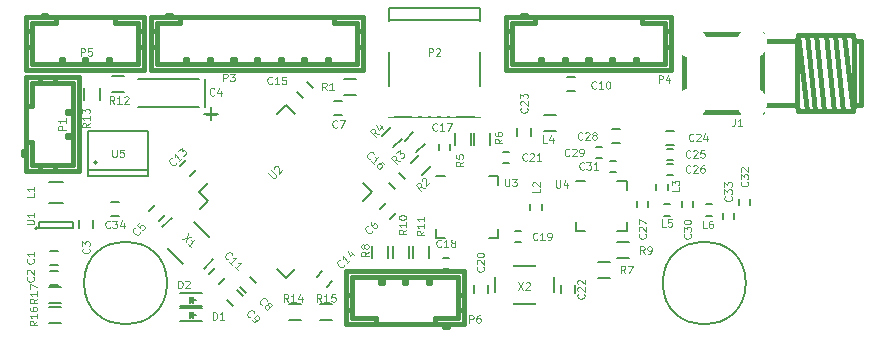
<source format=gto>
G04 #@! TF.FileFunction,Legend,Top*
%FSLAX46Y46*%
G04 Gerber Fmt 4.6, Leading zero omitted, Abs format (unit mm)*
G04 Created by KiCad (PCBNEW (2015-09-15 BZR 6201)-product) date tor 18 feb 2016 12:46:51*
%MOMM*%
G01*
G04 APERTURE LIST*
%ADD10C,0.100000*%
%ADD11C,0.150000*%
%ADD12C,0.381000*%
%ADD13C,0.200660*%
%ADD14C,0.114300*%
%ADD15C,6.101600*%
%ADD16R,0.901600X0.851600*%
%ADD17R,0.851600X0.901600*%
%ADD18R,2.250440X1.602740*%
%ADD19R,0.601600X0.701600*%
%ADD20R,0.701600X0.601600*%
%ADD21C,2.601600*%
%ADD22R,0.801600X1.401600*%
%ADD23R,0.701600X0.501600*%
%ADD24R,0.601600X1.001600*%
%ADD25R,0.501600X0.701600*%
%ADD26R,1.800860X1.300480*%
%ADD27O,1.800860X1.300480*%
%ADD28R,0.601980X2.402840*%
%ADD29R,2.100580X2.600960*%
%ADD30C,1.000760*%
%ADD31O,1.300480X1.800860*%
%ADD32R,1.300480X1.800860*%
%ADD33R,1.001600X0.601600*%
%ADD34R,0.751600X1.161600*%
%ADD35O,0.951600X0.401600*%
%ADD36O,0.401600X0.951600*%
%ADD37R,1.776600X1.776600*%
%ADD38R,0.901600X0.451600*%
%ADD39R,0.451600X0.901600*%
%ADD40R,1.351600X1.351600*%
%ADD41O,0.711200X1.574800*%
%ADD42R,1.902460X1.300480*%
%ADD43R,0.899160X0.899160*%
G04 APERTURE END LIST*
D10*
D11*
X233512834Y-112500000D02*
G75*
G03X233512834Y-112500000I-3512834J0D01*
G01*
X174605200Y-109788400D02*
X175305200Y-109788400D01*
X175305200Y-110988400D02*
X174605200Y-110988400D01*
X174605200Y-111464800D02*
X175305200Y-111464800D01*
X175305200Y-112664800D02*
X174605200Y-112664800D01*
X178247600Y-107142800D02*
X178247600Y-107842800D01*
X177047600Y-107842800D02*
X177047600Y-107142800D01*
X187258960Y-95194120D02*
X182057040Y-95194120D01*
X182057040Y-97591880D02*
X187258960Y-97591880D01*
X188257180Y-98691700D02*
X188257180Y-97591880D01*
X188856620Y-98191320D02*
X187657740Y-98191320D01*
X187754260Y-97591880D02*
X187754260Y-95194120D01*
X184313751Y-106729777D02*
X183818777Y-107224751D01*
X182970249Y-106376223D02*
X183465223Y-105881249D01*
X203871751Y-106602777D02*
X203376777Y-107097751D01*
X202528249Y-106249223D02*
X203023223Y-105754249D01*
X199359000Y-98263000D02*
X198659000Y-98263000D01*
X198659000Y-97063000D02*
X199359000Y-97063000D01*
X191212223Y-113320751D02*
X190717249Y-112825777D01*
X191565777Y-111977249D02*
X192060751Y-112472223D01*
X190069223Y-114463751D02*
X189574249Y-113968777D01*
X190422777Y-113120249D02*
X190917751Y-113615223D01*
X218344000Y-95031000D02*
X219044000Y-95031000D01*
X219044000Y-96231000D02*
X218344000Y-96231000D01*
X188050249Y-111710223D02*
X188545223Y-111215249D01*
X189393751Y-112063777D02*
X188898777Y-112558751D01*
X185614919Y-102588553D02*
X186109893Y-102093579D01*
X186958421Y-102942107D02*
X186463447Y-103437081D01*
X198515421Y-112340107D02*
X198020447Y-112835081D01*
X197171919Y-111986553D02*
X197666893Y-111491579D01*
X196038223Y-96810751D02*
X195543249Y-96315777D01*
X196391777Y-95467249D02*
X196886751Y-95962223D01*
X203785223Y-104557751D02*
X203290249Y-104062777D01*
X204138777Y-103214249D02*
X204633751Y-103709223D01*
X208501000Y-101215000D02*
X208501000Y-100715000D01*
X207551000Y-100715000D02*
X207551000Y-101215000D01*
X208361000Y-110396000D02*
X207861000Y-110396000D01*
X207861000Y-111346000D02*
X208361000Y-111346000D01*
X213999000Y-109060000D02*
X214499000Y-109060000D01*
X214499000Y-108110000D02*
X213999000Y-108110000D01*
X210474000Y-113380000D02*
X210474000Y-112680000D01*
X211674000Y-112680000D02*
X211674000Y-113380000D01*
X212983000Y-102329000D02*
X213483000Y-102329000D01*
X213483000Y-101379000D02*
X212983000Y-101379000D01*
X219040000Y-112680000D02*
X219040000Y-113380000D01*
X217840000Y-113380000D02*
X217840000Y-112680000D01*
X214157000Y-100045000D02*
X214157000Y-99345000D01*
X215357000Y-99345000D02*
X215357000Y-100045000D01*
X227426000Y-100803000D02*
X226726000Y-100803000D01*
X226726000Y-99603000D02*
X227426000Y-99603000D01*
X226826000Y-102075000D02*
X227326000Y-102075000D01*
X227326000Y-101125000D02*
X226826000Y-101125000D01*
X226826000Y-103345000D02*
X227326000Y-103345000D01*
X227326000Y-102395000D02*
X226826000Y-102395000D01*
X225265000Y-106041000D02*
X225265000Y-105541000D01*
X224315000Y-105541000D02*
X224315000Y-106041000D01*
X222854000Y-100676000D02*
X222154000Y-100676000D01*
X222154000Y-99476000D02*
X222854000Y-99476000D01*
X221357000Y-100998000D02*
X220857000Y-100998000D01*
X220857000Y-101948000D02*
X221357000Y-101948000D01*
X229075000Y-106041000D02*
X229075000Y-105541000D01*
X228125000Y-105541000D02*
X228125000Y-106041000D01*
X222000000Y-103091000D02*
X222500000Y-103091000D01*
X222500000Y-102141000D02*
X222000000Y-102141000D01*
X232900200Y-105388600D02*
X232900200Y-105888600D01*
X233850200Y-105888600D02*
X233850200Y-105388600D01*
X231554000Y-106557000D02*
X231554000Y-107057000D01*
X232504000Y-107057000D02*
X232504000Y-106557000D01*
X180436000Y-106835500D02*
X179736000Y-106835500D01*
X179736000Y-105635500D02*
X180436000Y-105635500D01*
D12*
X243262800Y-92042000D02*
X242662800Y-92042000D01*
X243262800Y-97442000D02*
X242662800Y-97442000D01*
X237862800Y-97442000D02*
X234862800Y-97442000D01*
X234862800Y-92042000D02*
X237862800Y-92042000D01*
X242562800Y-97942000D02*
X242662800Y-97442000D01*
X242662800Y-97442000D02*
X242662800Y-92042000D01*
X242662800Y-92042000D02*
X242562800Y-91542000D01*
X237862800Y-97442000D02*
X237862800Y-92042000D01*
X237862800Y-92042000D02*
X237962800Y-91542000D01*
X237962800Y-97942000D02*
X237862800Y-97442000D01*
X238662800Y-97942000D02*
X237962800Y-91542000D01*
X240162800Y-97942000D02*
X239462800Y-91542000D01*
X239362800Y-97942000D02*
X238662800Y-91542000D01*
X240962800Y-97942000D02*
X240262800Y-91542000D01*
X241762800Y-97942000D02*
X241062800Y-91542000D01*
X237962800Y-97942000D02*
X242562800Y-97942000D01*
X242562800Y-97942000D02*
X241862800Y-91542000D01*
X237962800Y-91542000D02*
X242562800Y-91542000D01*
X243262800Y-97442000D02*
X243262800Y-92042000D01*
X234862800Y-98042000D02*
X228262800Y-98042000D01*
X228262800Y-98042000D02*
X228261000Y-91442000D01*
X228262800Y-91442000D02*
X234862800Y-91442000D01*
X234862800Y-91442000D02*
X234862800Y-98042000D01*
D11*
X175722800Y-105726200D02*
X174522800Y-105726200D01*
X174522800Y-103976200D02*
X175722800Y-103976200D01*
X216298000Y-106295000D02*
X216298000Y-105795000D01*
X215248000Y-105795000D02*
X215248000Y-106295000D01*
X225916000Y-104144000D02*
X225916000Y-104644000D01*
X226966000Y-104644000D02*
X226966000Y-104144000D01*
X217416000Y-99608000D02*
X216416000Y-99608000D01*
X216416000Y-98258000D02*
X217416000Y-98258000D01*
X227072000Y-105774000D02*
X226572000Y-105774000D01*
X226572000Y-106824000D02*
X227072000Y-106824000D01*
X230628000Y-105774000D02*
X230128000Y-105774000D01*
X230128000Y-106824000D02*
X230628000Y-106824000D01*
D12*
X172544740Y-103030020D02*
X172544740Y-95029020D01*
X176545240Y-95529400D02*
X176545240Y-102529640D01*
X177043080Y-103030020D02*
X177043080Y-95029020D01*
X176044860Y-99931220D02*
X176545240Y-99931220D01*
X176044860Y-100129340D02*
X176044860Y-99931220D01*
X176545240Y-100129340D02*
X176044860Y-100129340D01*
X176545240Y-98130360D02*
X176044860Y-98130360D01*
X176044860Y-98130360D02*
X176044860Y-97932240D01*
X176044860Y-97932240D02*
X176545240Y-97932240D01*
X173743620Y-95029020D02*
X173743620Y-95529400D01*
X175044100Y-95529400D02*
X175044100Y-95029020D01*
X175044100Y-102529640D02*
X175044100Y-103030020D01*
X173743620Y-102529640D02*
X173743620Y-103030020D01*
X172544740Y-100530660D02*
X173045120Y-100530660D01*
X173045120Y-100530660D02*
X173045120Y-102529640D01*
X173045120Y-102529640D02*
X176545240Y-102529640D01*
X176545240Y-95529400D02*
X173045120Y-95529400D01*
X173045120Y-95529400D02*
X173045120Y-97528380D01*
X173045120Y-97528380D02*
X172544740Y-97528380D01*
X172544740Y-103030020D02*
X177043080Y-103030020D01*
X172544740Y-95029020D02*
X177043080Y-95029020D01*
X172544740Y-101330760D02*
X172344080Y-101330760D01*
X172344080Y-101330760D02*
X172344080Y-101630480D01*
X172344080Y-101630480D02*
X172544740Y-101630480D01*
D11*
X210982560Y-90243660D02*
X203281280Y-90243660D01*
X210982560Y-89242900D02*
X203281280Y-89242900D01*
X203281280Y-89242900D02*
X203281280Y-98442780D01*
X203281280Y-98442780D02*
X210982560Y-98442780D01*
X210982560Y-98442780D02*
X210982560Y-89242900D01*
D12*
X183136540Y-94493080D02*
X201134980Y-94493080D01*
X200634600Y-93995240D02*
X183636920Y-93995240D01*
X183136540Y-89994740D02*
X201134980Y-89994740D01*
X194035680Y-93995240D02*
X194035680Y-93494860D01*
X194035680Y-93494860D02*
X194233800Y-93494860D01*
X194233800Y-93494860D02*
X194233800Y-93995240D01*
X198033640Y-93995240D02*
X198033640Y-93494860D01*
X198033640Y-93494860D02*
X198231760Y-93494860D01*
X198231760Y-93494860D02*
X198231760Y-93995240D01*
X192031620Y-93995240D02*
X192031620Y-93494860D01*
X192031620Y-93494860D02*
X192229740Y-93494860D01*
X192229740Y-93494860D02*
X192229740Y-93995240D01*
X196232780Y-93494860D02*
X196232780Y-93995240D01*
X196034660Y-93494860D02*
X196232780Y-93494860D01*
X196034660Y-93995240D02*
X196034660Y-93494860D01*
X188231780Y-93494860D02*
X188231780Y-93995240D01*
X188033660Y-93494860D02*
X188231780Y-93494860D01*
X188033660Y-93995240D02*
X188033660Y-93494860D01*
X186230260Y-93494860D02*
X186230260Y-93995240D01*
X186032140Y-93494860D02*
X186230260Y-93494860D01*
X186032140Y-93995240D02*
X186032140Y-93494860D01*
X190032640Y-93995240D02*
X190032640Y-93494860D01*
X190032640Y-93494860D02*
X190230760Y-93494860D01*
X190230760Y-93494860D02*
X190230760Y-93995240D01*
X201134980Y-91193620D02*
X200634600Y-91193620D01*
X200634600Y-92494100D02*
X201134980Y-92494100D01*
X183631840Y-92494100D02*
X183131460Y-92494100D01*
X183631840Y-91193620D02*
X183131460Y-91193620D01*
X185630820Y-89994740D02*
X185630820Y-90495120D01*
X185630820Y-90495120D02*
X183631840Y-90495120D01*
X183631840Y-90495120D02*
X183631840Y-93995240D01*
X200634600Y-93995240D02*
X200634600Y-90495120D01*
X200634600Y-90495120D02*
X198635620Y-90495120D01*
X198635620Y-90495120D02*
X198635620Y-89994740D01*
X183131460Y-89994740D02*
X183131460Y-94493080D01*
X201134980Y-89994740D02*
X201134980Y-94493080D01*
X184830720Y-89994740D02*
X184830720Y-89794080D01*
X184830720Y-89794080D02*
X184531000Y-89794080D01*
X184531000Y-89794080D02*
X184531000Y-89994740D01*
X227203000Y-89994740D02*
X213202520Y-89994740D01*
X213202520Y-94493080D02*
X227203000Y-94493080D01*
X226702620Y-93995240D02*
X213702900Y-93995240D01*
X222100140Y-93995240D02*
X222100140Y-93494860D01*
X222100140Y-93494860D02*
X222298260Y-93494860D01*
X222298260Y-93494860D02*
X222298260Y-93995240D01*
X224299780Y-93494860D02*
X224299780Y-93995240D01*
X224101660Y-93494860D02*
X224299780Y-93494860D01*
X224101660Y-93995240D02*
X224101660Y-93494860D01*
X218300300Y-93494860D02*
X218300300Y-93995240D01*
X218102180Y-93494860D02*
X218300300Y-93494860D01*
X218102180Y-93995240D02*
X218102180Y-93494860D01*
X216298780Y-93494860D02*
X216298780Y-93995240D01*
X216100660Y-93494860D02*
X216298780Y-93494860D01*
X216100660Y-93995240D02*
X216100660Y-93494860D01*
X220101160Y-93995240D02*
X220101160Y-93494860D01*
X220101160Y-93494860D02*
X220299280Y-93494860D01*
X220299280Y-93494860D02*
X220299280Y-93995240D01*
X227203000Y-91193620D02*
X226702620Y-91193620D01*
X226702620Y-92494100D02*
X227203000Y-92494100D01*
X213700360Y-92494100D02*
X213199980Y-92494100D01*
X213700360Y-91193620D02*
X213199980Y-91193620D01*
X215699340Y-89994740D02*
X215699340Y-90495120D01*
X215699340Y-90495120D02*
X213700360Y-90495120D01*
X213700360Y-90495120D02*
X213700360Y-93995240D01*
X226702620Y-93995240D02*
X226702620Y-90495120D01*
X226702620Y-90495120D02*
X224703640Y-90495120D01*
X224703640Y-90495120D02*
X224703640Y-89994740D01*
X213199980Y-89994740D02*
X213199980Y-94493080D01*
X227203000Y-89994740D02*
X227203000Y-94493080D01*
X214899240Y-89994740D02*
X214899240Y-89794080D01*
X214899240Y-89794080D02*
X214599520Y-89794080D01*
X214599520Y-89794080D02*
X214599520Y-89994740D01*
X177693320Y-93494860D02*
X177693320Y-93995240D01*
X177495200Y-93494860D02*
X177693320Y-93494860D01*
X177495200Y-93995240D02*
X177495200Y-93494860D01*
X172593000Y-94493080D02*
X182595520Y-94493080D01*
X182095140Y-93995240D02*
X173093380Y-93995240D01*
X172593000Y-89994740D02*
X182595520Y-89994740D01*
X175691800Y-93494860D02*
X175691800Y-93995240D01*
X175493680Y-93494860D02*
X175691800Y-93494860D01*
X175493680Y-93995240D02*
X175493680Y-93494860D01*
X179494180Y-93995240D02*
X179494180Y-93494860D01*
X179494180Y-93494860D02*
X179692300Y-93494860D01*
X179692300Y-93494860D02*
X179692300Y-93995240D01*
X182595520Y-91193620D02*
X182095140Y-91193620D01*
X182095140Y-92494100D02*
X182595520Y-92494100D01*
X173093380Y-92494100D02*
X172593000Y-92494100D01*
X173093380Y-91193620D02*
X172593000Y-91193620D01*
X175092360Y-89994740D02*
X175092360Y-90495120D01*
X175092360Y-90495120D02*
X173093380Y-90495120D01*
X173093380Y-90495120D02*
X173093380Y-93995240D01*
X182095140Y-93995240D02*
X182095140Y-90495120D01*
X182095140Y-90495120D02*
X180096160Y-90495120D01*
X180096160Y-90495120D02*
X180096160Y-89994740D01*
X172593000Y-89994740D02*
X172593000Y-94493080D01*
X182595520Y-89994740D02*
X182595520Y-94493080D01*
X174292260Y-89994740D02*
X174292260Y-89794080D01*
X174292260Y-89794080D02*
X173992540Y-89794080D01*
X173992540Y-89794080D02*
X173992540Y-89994740D01*
D11*
X199525000Y-95210000D02*
X200525000Y-95210000D01*
X200525000Y-96560000D02*
X199525000Y-96560000D01*
X206824850Y-102612744D02*
X206117744Y-103319850D01*
X205163150Y-102365256D02*
X205870256Y-101658150D01*
X206316850Y-100707744D02*
X205609744Y-101414850D01*
X204655150Y-100460256D02*
X205362256Y-99753150D01*
X204389520Y-100285574D02*
X203682414Y-100992680D01*
X202727820Y-100038086D02*
X203434926Y-99330980D01*
X208875000Y-100830000D02*
X208875000Y-99830000D01*
X210225000Y-99830000D02*
X210225000Y-100830000D01*
X211876000Y-99830000D02*
X211876000Y-100830000D01*
X210526000Y-100830000D02*
X210526000Y-99830000D01*
X221988000Y-112054000D02*
X220988000Y-112054000D01*
X220988000Y-110704000D02*
X221988000Y-110704000D01*
X201890000Y-110355000D02*
X201890000Y-109355000D01*
X203240000Y-109355000D02*
X203240000Y-110355000D01*
X223639000Y-110403000D02*
X222639000Y-110403000D01*
X222639000Y-109053000D02*
X223639000Y-109053000D01*
X203668000Y-110355000D02*
X203668000Y-109355000D01*
X205018000Y-109355000D02*
X205018000Y-110355000D01*
X205319000Y-110367000D02*
X205319000Y-109367000D01*
X206669000Y-109367000D02*
X206669000Y-110367000D01*
X180840000Y-96306000D02*
X179840000Y-96306000D01*
X179840000Y-94956000D02*
X180840000Y-94956000D01*
X178856000Y-96020000D02*
X178856000Y-97020000D01*
X177506000Y-97020000D02*
X177506000Y-96020000D01*
X173522800Y-107861200D02*
G75*
G03X173522800Y-107861200I-100000J0D01*
G01*
X173672800Y-107311200D02*
X173672800Y-107811200D01*
X176572800Y-107311200D02*
X173672800Y-107311200D01*
X176572800Y-107811200D02*
X176572800Y-107311200D01*
X173672800Y-107811200D02*
X176572800Y-107811200D01*
X212519000Y-103420000D02*
X212519000Y-104170000D01*
X207269000Y-108670000D02*
X207269000Y-107920000D01*
X212519000Y-108670000D02*
X212519000Y-107920000D01*
X207269000Y-103420000D02*
X208019000Y-103420000D01*
X207269000Y-108670000D02*
X208019000Y-108670000D01*
X212519000Y-108670000D02*
X211769000Y-108670000D01*
X212519000Y-103420000D02*
X211769000Y-103420000D01*
X223416000Y-103839000D02*
X223416000Y-104614000D01*
X219116000Y-108139000D02*
X219116000Y-107364000D01*
X223416000Y-108139000D02*
X223416000Y-107364000D01*
X219116000Y-103839000D02*
X219891000Y-103839000D01*
X219116000Y-108139000D02*
X219891000Y-108139000D01*
X223416000Y-108139000D02*
X222641000Y-108139000D01*
X223416000Y-103839000D02*
X222641000Y-103839000D01*
X178587400Y-102311200D02*
G75*
G03X178587400Y-102311200I-127000J0D01*
G01*
X177825400Y-102946200D02*
X182905400Y-102946200D01*
X177825400Y-99644200D02*
X182905400Y-99644200D01*
X177825400Y-103454200D02*
X182905400Y-103454200D01*
X177825400Y-103454200D02*
X177825400Y-99644200D01*
X182905400Y-103454200D02*
X182905400Y-99644200D01*
D13*
X212257640Y-111048800D02*
X217256360Y-111048800D01*
X217256360Y-111048800D02*
X217256360Y-114249200D01*
X217256360Y-114249200D02*
X212257640Y-114249200D01*
X212257640Y-114249200D02*
X212257640Y-111048800D01*
D11*
X187245445Y-104775000D02*
X188005585Y-105535140D01*
X194564000Y-97456445D02*
X195324140Y-98216585D01*
X201882555Y-104775000D02*
X201122415Y-104014860D01*
X194564000Y-112093555D02*
X193803860Y-111333415D01*
X187245445Y-104775000D02*
X188005585Y-104014860D01*
X194564000Y-112093555D02*
X195324140Y-111333415D01*
X201882555Y-104775000D02*
X201122415Y-105535140D01*
X194564000Y-97456445D02*
X193803860Y-98216585D01*
X188005585Y-105535140D02*
X187280800Y-106259924D01*
D13*
X185673198Y-106194173D02*
X189207827Y-109728802D01*
X189207827Y-109728802D02*
X186944802Y-111991827D01*
X186944802Y-111991827D02*
X183410173Y-108457198D01*
X183410173Y-108457198D02*
X185673198Y-106194173D01*
D11*
X184512834Y-112500000D02*
G75*
G03X184512834Y-112500000I-3512834J0D01*
G01*
D12*
X204576679Y-112499140D02*
X204576679Y-111998760D01*
X204774799Y-112499140D02*
X204576679Y-112499140D01*
X204774799Y-111998760D02*
X204774799Y-112499140D01*
X209676999Y-111500920D02*
X199674479Y-111500920D01*
X200174859Y-111998760D02*
X209176619Y-111998760D01*
X209676999Y-115999260D02*
X199674479Y-115999260D01*
X206578199Y-112499140D02*
X206578199Y-111998760D01*
X206776319Y-112499140D02*
X206578199Y-112499140D01*
X206776319Y-111998760D02*
X206776319Y-112499140D01*
X202775819Y-111998760D02*
X202775819Y-112499140D01*
X202775819Y-112499140D02*
X202577699Y-112499140D01*
X202577699Y-112499140D02*
X202577699Y-111998760D01*
X199674479Y-114800380D02*
X200174859Y-114800380D01*
X200174859Y-113499900D02*
X199674479Y-113499900D01*
X209176619Y-113499900D02*
X209676999Y-113499900D01*
X209176619Y-114800380D02*
X209676999Y-114800380D01*
X207177639Y-115999260D02*
X207177639Y-115498880D01*
X207177639Y-115498880D02*
X209176619Y-115498880D01*
X209176619Y-115498880D02*
X209176619Y-111998760D01*
X200174859Y-111998760D02*
X200174859Y-115498880D01*
X200174859Y-115498880D02*
X202173839Y-115498880D01*
X202173839Y-115498880D02*
X202173839Y-115999260D01*
X209676999Y-115999260D02*
X209676999Y-111500920D01*
X199674479Y-115999260D02*
X199674479Y-111500920D01*
X207977739Y-115999260D02*
X207977739Y-116199920D01*
X207977739Y-116199920D02*
X208277459Y-116199920D01*
X208277459Y-116199920D02*
X208277459Y-115999260D01*
D11*
X195826000Y-115610000D02*
X194826000Y-115610000D01*
X194826000Y-114260000D02*
X195826000Y-114260000D01*
X198493000Y-115610000D02*
X197493000Y-115610000D01*
X197493000Y-114260000D02*
X198493000Y-114260000D01*
X174506000Y-114514000D02*
X175506000Y-114514000D01*
X175506000Y-115864000D02*
X174506000Y-115864000D01*
X174506000Y-112863000D02*
X175506000Y-112863000D01*
X175506000Y-114213000D02*
X174506000Y-114213000D01*
X185590000Y-115739000D02*
X187490000Y-115739000D01*
X185590000Y-114639000D02*
X187490000Y-114639000D01*
X186490000Y-115189000D02*
X186940000Y-115189000D01*
X186440000Y-114939000D02*
X186440000Y-115439000D01*
X186440000Y-115189000D02*
X186690000Y-114939000D01*
X186690000Y-114939000D02*
X186690000Y-115439000D01*
X186690000Y-115439000D02*
X186440000Y-115189000D01*
X185590000Y-114469000D02*
X187490000Y-114469000D01*
X185590000Y-113369000D02*
X187490000Y-113369000D01*
X186490000Y-113919000D02*
X186940000Y-113919000D01*
X186440000Y-113669000D02*
X186440000Y-114169000D01*
X186440000Y-113919000D02*
X186690000Y-113669000D01*
X186690000Y-113669000D02*
X186690000Y-114169000D01*
X186690000Y-114169000D02*
X186440000Y-113919000D01*
D14*
X173200786Y-110468833D02*
X173231024Y-110499071D01*
X173261262Y-110589786D01*
X173261262Y-110650262D01*
X173231024Y-110740976D01*
X173170548Y-110801452D01*
X173110071Y-110831691D01*
X172989119Y-110861929D01*
X172898405Y-110861929D01*
X172777452Y-110831691D01*
X172716976Y-110801452D01*
X172656500Y-110740976D01*
X172626262Y-110650262D01*
X172626262Y-110589786D01*
X172656500Y-110499071D01*
X172686738Y-110468833D01*
X173261262Y-109864071D02*
X173261262Y-110226929D01*
X173261262Y-110045500D02*
X172626262Y-110045500D01*
X172716976Y-110105976D01*
X172777452Y-110166452D01*
X172807690Y-110226929D01*
X173200786Y-111992833D02*
X173231024Y-112023071D01*
X173261262Y-112113786D01*
X173261262Y-112174262D01*
X173231024Y-112264976D01*
X173170548Y-112325452D01*
X173110071Y-112355691D01*
X172989119Y-112385929D01*
X172898405Y-112385929D01*
X172777452Y-112355691D01*
X172716976Y-112325452D01*
X172656500Y-112264976D01*
X172626262Y-112174262D01*
X172626262Y-112113786D01*
X172656500Y-112023071D01*
X172686738Y-111992833D01*
X172686738Y-111750929D02*
X172656500Y-111720691D01*
X172626262Y-111660214D01*
X172626262Y-111509024D01*
X172656500Y-111448548D01*
X172686738Y-111418310D01*
X172747214Y-111388071D01*
X172807690Y-111388071D01*
X172898405Y-111418310D01*
X173261262Y-111781167D01*
X173261262Y-111388071D01*
X177899786Y-109579833D02*
X177930024Y-109610071D01*
X177960262Y-109700786D01*
X177960262Y-109761262D01*
X177930024Y-109851976D01*
X177869548Y-109912452D01*
X177809071Y-109942691D01*
X177688119Y-109972929D01*
X177597405Y-109972929D01*
X177476452Y-109942691D01*
X177415976Y-109912452D01*
X177355500Y-109851976D01*
X177325262Y-109761262D01*
X177325262Y-109700786D01*
X177355500Y-109610071D01*
X177385738Y-109579833D01*
X177325262Y-109368167D02*
X177325262Y-108975071D01*
X177567167Y-109186738D01*
X177567167Y-109096024D01*
X177597405Y-109035548D01*
X177627643Y-109005310D01*
X177688119Y-108975071D01*
X177839310Y-108975071D01*
X177899786Y-109005310D01*
X177930024Y-109035548D01*
X177960262Y-109096024D01*
X177960262Y-109277452D01*
X177930024Y-109337929D01*
X177899786Y-109368167D01*
X188514567Y-96568986D02*
X188484329Y-96599224D01*
X188393614Y-96629462D01*
X188333138Y-96629462D01*
X188242424Y-96599224D01*
X188181948Y-96538748D01*
X188151709Y-96478271D01*
X188121471Y-96357319D01*
X188121471Y-96266605D01*
X188151709Y-96145652D01*
X188181948Y-96085176D01*
X188242424Y-96024700D01*
X188333138Y-95994462D01*
X188393614Y-95994462D01*
X188484329Y-96024700D01*
X188514567Y-96054938D01*
X189058852Y-96206129D02*
X189058852Y-96629462D01*
X188907662Y-95964224D02*
X188756471Y-96417795D01*
X189149567Y-96417795D01*
D11*
X187876228Y-98265289D02*
X188638133Y-98265289D01*
X188257181Y-98646241D02*
X188257181Y-97884336D01*
D14*
X182203527Y-108185197D02*
X182203527Y-108227960D01*
X182160763Y-108313487D01*
X182118000Y-108356250D01*
X182032474Y-108399013D01*
X181946948Y-108399013D01*
X181882802Y-108377631D01*
X181775895Y-108313487D01*
X181711750Y-108249342D01*
X181647605Y-108142434D01*
X181626224Y-108078289D01*
X181626224Y-107992763D01*
X181668987Y-107907237D01*
X181711750Y-107864474D01*
X181797277Y-107821710D01*
X181840040Y-107821710D01*
X182203526Y-107372698D02*
X181989710Y-107586514D01*
X182182144Y-107821711D01*
X182182144Y-107778948D01*
X182203527Y-107714803D01*
X182310434Y-107607895D01*
X182374579Y-107586514D01*
X182417342Y-107586514D01*
X182481487Y-107607895D01*
X182588395Y-107714803D01*
X182609776Y-107778948D01*
X182609776Y-107821711D01*
X182588394Y-107885856D01*
X182481487Y-107992763D01*
X182417342Y-108014145D01*
X182374579Y-108014145D01*
X201888527Y-108058197D02*
X201888527Y-108100960D01*
X201845763Y-108186487D01*
X201803000Y-108229250D01*
X201717474Y-108272013D01*
X201631948Y-108272013D01*
X201567802Y-108250631D01*
X201460895Y-108186487D01*
X201396750Y-108122342D01*
X201332605Y-108015434D01*
X201311224Y-107951289D01*
X201311224Y-107865763D01*
X201353987Y-107780237D01*
X201396750Y-107737474D01*
X201482277Y-107694710D01*
X201525040Y-107694710D01*
X201867144Y-107267080D02*
X201781619Y-107352606D01*
X201760237Y-107416750D01*
X201760237Y-107459513D01*
X201781618Y-107566421D01*
X201845763Y-107673330D01*
X202016816Y-107844382D01*
X202080960Y-107865764D01*
X202123724Y-107865763D01*
X202187868Y-107844381D01*
X202273394Y-107758856D01*
X202294776Y-107694711D01*
X202294776Y-107651948D01*
X202273395Y-107587803D01*
X202166487Y-107480895D01*
X202102342Y-107459514D01*
X202059579Y-107459514D01*
X201995434Y-107480895D01*
X201909908Y-107566421D01*
X201888527Y-107630566D01*
X201888526Y-107673330D01*
X201909907Y-107737474D01*
X198903167Y-99286786D02*
X198872929Y-99317024D01*
X198782214Y-99347262D01*
X198721738Y-99347262D01*
X198631024Y-99317024D01*
X198570548Y-99256548D01*
X198540309Y-99196071D01*
X198510071Y-99075119D01*
X198510071Y-98984405D01*
X198540309Y-98863452D01*
X198570548Y-98802976D01*
X198631024Y-98742500D01*
X198721738Y-98712262D01*
X198782214Y-98712262D01*
X198872929Y-98742500D01*
X198903167Y-98772738D01*
X199114833Y-98712262D02*
X199538167Y-98712262D01*
X199266024Y-99347262D01*
X192590644Y-114350973D02*
X192547881Y-114350973D01*
X192462354Y-114308209D01*
X192419591Y-114265446D01*
X192376828Y-114179920D01*
X192376828Y-114094394D01*
X192398210Y-114030248D01*
X192462354Y-113923341D01*
X192526499Y-113859196D01*
X192633407Y-113795051D01*
X192697552Y-113773670D01*
X192783078Y-113773670D01*
X192868604Y-113816433D01*
X192911367Y-113859196D01*
X192954131Y-113944723D01*
X192954131Y-113987486D01*
X193061038Y-114393736D02*
X193039657Y-114329591D01*
X193039656Y-114286827D01*
X193061038Y-114222682D01*
X193082420Y-114201301D01*
X193146564Y-114179919D01*
X193189328Y-114179920D01*
X193253472Y-114201302D01*
X193338998Y-114286827D01*
X193360380Y-114350972D01*
X193360380Y-114393735D01*
X193338999Y-114457880D01*
X193317618Y-114479262D01*
X193253472Y-114500643D01*
X193210709Y-114500643D01*
X193146564Y-114479262D01*
X193061038Y-114393736D01*
X192996894Y-114372354D01*
X192954130Y-114372353D01*
X192889985Y-114393735D01*
X192804459Y-114479262D01*
X192783077Y-114543406D01*
X192783078Y-114586170D01*
X192804460Y-114650314D01*
X192889985Y-114735840D01*
X192954130Y-114757222D01*
X192996893Y-114757222D01*
X193061038Y-114735841D01*
X193146565Y-114650314D01*
X193167946Y-114586169D01*
X193167946Y-114543406D01*
X193146564Y-114479262D01*
X191534803Y-115401527D02*
X191492040Y-115401527D01*
X191406513Y-115358763D01*
X191363750Y-115316000D01*
X191320987Y-115230474D01*
X191320987Y-115144948D01*
X191342369Y-115080802D01*
X191406513Y-114973895D01*
X191470658Y-114909750D01*
X191577566Y-114845605D01*
X191641711Y-114824224D01*
X191727237Y-114824224D01*
X191812763Y-114866987D01*
X191855526Y-114909750D01*
X191898290Y-114995277D01*
X191898290Y-115038040D01*
X191705856Y-115658105D02*
X191791381Y-115743631D01*
X191855526Y-115765013D01*
X191898289Y-115765013D01*
X192005197Y-115743631D01*
X192112105Y-115679487D01*
X192283158Y-115508434D01*
X192304539Y-115444289D01*
X192304539Y-115401526D01*
X192283157Y-115337381D01*
X192197631Y-115251856D01*
X192133487Y-115230474D01*
X192090723Y-115230473D01*
X192026579Y-115251855D01*
X191919670Y-115358763D01*
X191898289Y-115422907D01*
X191898290Y-115465671D01*
X191919671Y-115529816D01*
X192005197Y-115615342D01*
X192069342Y-115636723D01*
X192112105Y-115636723D01*
X192176250Y-115615342D01*
X220825786Y-95984786D02*
X220795548Y-96015024D01*
X220704833Y-96045262D01*
X220644357Y-96045262D01*
X220553643Y-96015024D01*
X220493167Y-95954548D01*
X220462928Y-95894071D01*
X220432690Y-95773119D01*
X220432690Y-95682405D01*
X220462928Y-95561452D01*
X220493167Y-95500976D01*
X220553643Y-95440500D01*
X220644357Y-95410262D01*
X220704833Y-95410262D01*
X220795548Y-95440500D01*
X220825786Y-95470738D01*
X221430548Y-96045262D02*
X221067690Y-96045262D01*
X221249119Y-96045262D02*
X221249119Y-95410262D01*
X221188643Y-95500976D01*
X221128167Y-95561452D01*
X221067690Y-95591690D01*
X221823643Y-95410262D02*
X221884119Y-95410262D01*
X221944595Y-95440500D01*
X221974833Y-95470738D01*
X222005071Y-95531214D01*
X222035310Y-95652167D01*
X222035310Y-95803357D01*
X222005071Y-95924310D01*
X221974833Y-95984786D01*
X221944595Y-96015024D01*
X221884119Y-96045262D01*
X221823643Y-96045262D01*
X221763167Y-96015024D01*
X221732929Y-95984786D01*
X221702690Y-95924310D01*
X221672452Y-95803357D01*
X221672452Y-95652167D01*
X221702690Y-95531214D01*
X221732929Y-95470738D01*
X221763167Y-95440500D01*
X221823643Y-95410262D01*
X189669987Y-110488711D02*
X189627224Y-110488711D01*
X189541698Y-110445947D01*
X189498935Y-110403184D01*
X189456172Y-110317658D01*
X189456172Y-110232132D01*
X189477553Y-110167986D01*
X189541698Y-110061079D01*
X189605842Y-109996935D01*
X189712750Y-109932789D01*
X189776895Y-109911409D01*
X189862421Y-109911409D01*
X189947947Y-109954172D01*
X189990710Y-109996935D01*
X190033474Y-110082461D01*
X190033474Y-110125224D01*
X190054856Y-110959105D02*
X189798276Y-110702526D01*
X189926566Y-110830816D02*
X190375579Y-110381803D01*
X190268671Y-110403184D01*
X190183145Y-110403184D01*
X190119000Y-110381802D01*
X190482487Y-111386737D02*
X190225907Y-111130157D01*
X190354197Y-111258447D02*
X190803210Y-110809434D01*
X190696302Y-110830816D01*
X190610777Y-110830816D01*
X190546631Y-110809433D01*
X185291711Y-102303013D02*
X185291711Y-102345776D01*
X185248947Y-102431302D01*
X185206184Y-102474065D01*
X185120658Y-102516828D01*
X185035132Y-102516828D01*
X184970986Y-102495447D01*
X184864079Y-102431302D01*
X184799935Y-102367158D01*
X184735789Y-102260250D01*
X184714409Y-102196105D01*
X184714409Y-102110579D01*
X184757172Y-102025053D01*
X184799935Y-101982290D01*
X184885461Y-101939526D01*
X184928224Y-101939526D01*
X185762105Y-101918144D02*
X185505526Y-102174724D01*
X185633816Y-102046434D02*
X185184803Y-101597421D01*
X185206184Y-101704329D01*
X185206184Y-101789855D01*
X185184802Y-101854000D01*
X185462763Y-101319461D02*
X185740724Y-101041500D01*
X185762105Y-101362224D01*
X185826250Y-101298080D01*
X185890394Y-101276698D01*
X185933157Y-101276698D01*
X185997302Y-101298079D01*
X186104211Y-101404987D01*
X186125591Y-101469132D01*
X186125591Y-101511895D01*
X186104210Y-101576040D01*
X185975921Y-101704329D01*
X185911776Y-101725711D01*
X185869013Y-101725711D01*
X199515712Y-110939013D02*
X199515712Y-110981776D01*
X199472948Y-111067302D01*
X199430185Y-111110065D01*
X199344659Y-111152828D01*
X199259133Y-111152828D01*
X199194987Y-111131447D01*
X199088080Y-111067302D01*
X199023936Y-111003158D01*
X198959790Y-110896250D01*
X198938410Y-110832105D01*
X198938410Y-110746579D01*
X198981173Y-110661053D01*
X199023936Y-110618290D01*
X199109462Y-110575526D01*
X199152225Y-110575526D01*
X199986106Y-110554144D02*
X199729527Y-110810724D01*
X199857817Y-110682434D02*
X199408804Y-110233421D01*
X199430185Y-110340329D01*
X199430185Y-110425855D01*
X199408803Y-110490000D01*
X200071632Y-109869935D02*
X200370974Y-110169277D01*
X199793672Y-109805790D02*
X200007487Y-110233421D01*
X200285448Y-109955461D01*
X193393786Y-95603786D02*
X193363548Y-95634024D01*
X193272833Y-95664262D01*
X193212357Y-95664262D01*
X193121643Y-95634024D01*
X193061167Y-95573548D01*
X193030928Y-95513071D01*
X193000690Y-95392119D01*
X193000690Y-95301405D01*
X193030928Y-95180452D01*
X193061167Y-95119976D01*
X193121643Y-95059500D01*
X193212357Y-95029262D01*
X193272833Y-95029262D01*
X193363548Y-95059500D01*
X193393786Y-95089738D01*
X193998548Y-95664262D02*
X193635690Y-95664262D01*
X193817119Y-95664262D02*
X193817119Y-95029262D01*
X193756643Y-95119976D01*
X193696167Y-95180452D01*
X193635690Y-95210690D01*
X194573071Y-95029262D02*
X194270690Y-95029262D01*
X194240452Y-95331643D01*
X194270690Y-95301405D01*
X194331167Y-95271167D01*
X194482357Y-95271167D01*
X194542833Y-95301405D01*
X194573071Y-95331643D01*
X194603310Y-95392119D01*
X194603310Y-95543310D01*
X194573071Y-95603786D01*
X194542833Y-95634024D01*
X194482357Y-95664262D01*
X194331167Y-95664262D01*
X194270690Y-95634024D01*
X194240452Y-95603786D01*
X201671487Y-101979711D02*
X201628724Y-101979711D01*
X201543198Y-101936947D01*
X201500435Y-101894184D01*
X201457672Y-101808658D01*
X201457672Y-101723132D01*
X201479053Y-101658986D01*
X201543198Y-101552079D01*
X201607342Y-101487935D01*
X201714250Y-101423789D01*
X201778395Y-101402409D01*
X201863921Y-101402409D01*
X201949447Y-101445172D01*
X201992210Y-101487935D01*
X202034974Y-101573461D01*
X202034974Y-101616224D01*
X202056356Y-102450105D02*
X201799776Y-102193526D01*
X201928066Y-102321816D02*
X202377079Y-101872803D01*
X202270171Y-101894184D01*
X202184645Y-101894184D01*
X202120500Y-101872802D01*
X202890236Y-102385960D02*
X202804710Y-102300434D01*
X202740565Y-102279053D01*
X202697802Y-102279053D01*
X202590894Y-102300433D01*
X202483986Y-102364579D01*
X202312933Y-102535631D01*
X202291552Y-102599776D01*
X202291553Y-102642539D01*
X202312934Y-102706684D01*
X202398460Y-102792210D01*
X202462605Y-102813591D01*
X202505368Y-102813591D01*
X202569513Y-102792211D01*
X202676421Y-102685302D01*
X202697802Y-102621157D01*
X202697802Y-102578394D01*
X202676420Y-102514250D01*
X202590894Y-102428724D01*
X202526750Y-102407342D01*
X202483986Y-102407342D01*
X202419842Y-102428723D01*
X207363786Y-99540786D02*
X207333548Y-99571024D01*
X207242833Y-99601262D01*
X207182357Y-99601262D01*
X207091643Y-99571024D01*
X207031167Y-99510548D01*
X207000928Y-99450071D01*
X206970690Y-99329119D01*
X206970690Y-99238405D01*
X207000928Y-99117452D01*
X207031167Y-99056976D01*
X207091643Y-98996500D01*
X207182357Y-98966262D01*
X207242833Y-98966262D01*
X207333548Y-98996500D01*
X207363786Y-99026738D01*
X207968548Y-99601262D02*
X207605690Y-99601262D01*
X207787119Y-99601262D02*
X207787119Y-98966262D01*
X207726643Y-99056976D01*
X207666167Y-99117452D01*
X207605690Y-99147690D01*
X208180214Y-98966262D02*
X208603548Y-98966262D01*
X208331405Y-99601262D01*
X207702786Y-109397786D02*
X207672548Y-109428024D01*
X207581833Y-109458262D01*
X207521357Y-109458262D01*
X207430643Y-109428024D01*
X207370167Y-109367548D01*
X207339928Y-109307071D01*
X207309690Y-109186119D01*
X207309690Y-109095405D01*
X207339928Y-108974452D01*
X207370167Y-108913976D01*
X207430643Y-108853500D01*
X207521357Y-108823262D01*
X207581833Y-108823262D01*
X207672548Y-108853500D01*
X207702786Y-108883738D01*
X208307548Y-109458262D02*
X207944690Y-109458262D01*
X208126119Y-109458262D02*
X208126119Y-108823262D01*
X208065643Y-108913976D01*
X208005167Y-108974452D01*
X207944690Y-109004690D01*
X208670405Y-109095405D02*
X208609929Y-109065167D01*
X208579690Y-109034929D01*
X208549452Y-108974452D01*
X208549452Y-108944214D01*
X208579690Y-108883738D01*
X208609929Y-108853500D01*
X208670405Y-108823262D01*
X208791357Y-108823262D01*
X208851833Y-108853500D01*
X208882071Y-108883738D01*
X208912310Y-108944214D01*
X208912310Y-108974452D01*
X208882071Y-109034929D01*
X208851833Y-109065167D01*
X208791357Y-109095405D01*
X208670405Y-109095405D01*
X208609929Y-109125643D01*
X208579690Y-109155881D01*
X208549452Y-109216357D01*
X208549452Y-109337310D01*
X208579690Y-109397786D01*
X208609929Y-109428024D01*
X208670405Y-109458262D01*
X208791357Y-109458262D01*
X208851833Y-109428024D01*
X208882071Y-109397786D01*
X208912310Y-109337310D01*
X208912310Y-109216357D01*
X208882071Y-109155881D01*
X208851833Y-109125643D01*
X208791357Y-109095405D01*
X215872786Y-108811786D02*
X215842548Y-108842024D01*
X215751833Y-108872262D01*
X215691357Y-108872262D01*
X215600643Y-108842024D01*
X215540167Y-108781548D01*
X215509928Y-108721071D01*
X215479690Y-108600119D01*
X215479690Y-108509405D01*
X215509928Y-108388452D01*
X215540167Y-108327976D01*
X215600643Y-108267500D01*
X215691357Y-108237262D01*
X215751833Y-108237262D01*
X215842548Y-108267500D01*
X215872786Y-108297738D01*
X216477548Y-108872262D02*
X216114690Y-108872262D01*
X216296119Y-108872262D02*
X216296119Y-108237262D01*
X216235643Y-108327976D01*
X216175167Y-108388452D01*
X216114690Y-108418690D01*
X216779929Y-108872262D02*
X216900881Y-108872262D01*
X216961357Y-108842024D01*
X216991595Y-108811786D01*
X217052071Y-108721071D01*
X217082310Y-108600119D01*
X217082310Y-108358214D01*
X217052071Y-108297738D01*
X217021833Y-108267500D01*
X216961357Y-108237262D01*
X216840405Y-108237262D01*
X216779929Y-108267500D01*
X216749690Y-108297738D01*
X216719452Y-108358214D01*
X216719452Y-108509405D01*
X216749690Y-108569881D01*
X216779929Y-108600119D01*
X216840405Y-108630357D01*
X216961357Y-108630357D01*
X217021833Y-108600119D01*
X217052071Y-108569881D01*
X217082310Y-108509405D01*
X211300786Y-111152214D02*
X211331024Y-111182452D01*
X211361262Y-111273167D01*
X211361262Y-111333643D01*
X211331024Y-111424357D01*
X211270548Y-111484833D01*
X211210071Y-111515072D01*
X211089119Y-111545310D01*
X210998405Y-111545310D01*
X210877452Y-111515072D01*
X210816976Y-111484833D01*
X210756500Y-111424357D01*
X210726262Y-111333643D01*
X210726262Y-111273167D01*
X210756500Y-111182452D01*
X210786738Y-111152214D01*
X210786738Y-110910310D02*
X210756500Y-110880072D01*
X210726262Y-110819595D01*
X210726262Y-110668405D01*
X210756500Y-110607929D01*
X210786738Y-110577691D01*
X210847214Y-110547452D01*
X210907690Y-110547452D01*
X210998405Y-110577691D01*
X211361262Y-110940548D01*
X211361262Y-110547452D01*
X210726262Y-110154357D02*
X210726262Y-110093881D01*
X210756500Y-110033405D01*
X210786738Y-110003167D01*
X210847214Y-109972929D01*
X210968167Y-109942690D01*
X211119357Y-109942690D01*
X211240310Y-109972929D01*
X211300786Y-110003167D01*
X211331024Y-110033405D01*
X211361262Y-110093881D01*
X211361262Y-110154357D01*
X211331024Y-110214833D01*
X211300786Y-110245071D01*
X211240310Y-110275310D01*
X211119357Y-110305548D01*
X210968167Y-110305548D01*
X210847214Y-110275310D01*
X210786738Y-110245071D01*
X210756500Y-110214833D01*
X210726262Y-110154357D01*
X214983786Y-102080786D02*
X214953548Y-102111024D01*
X214862833Y-102141262D01*
X214802357Y-102141262D01*
X214711643Y-102111024D01*
X214651167Y-102050548D01*
X214620928Y-101990071D01*
X214590690Y-101869119D01*
X214590690Y-101778405D01*
X214620928Y-101657452D01*
X214651167Y-101596976D01*
X214711643Y-101536500D01*
X214802357Y-101506262D01*
X214862833Y-101506262D01*
X214953548Y-101536500D01*
X214983786Y-101566738D01*
X215225690Y-101566738D02*
X215255928Y-101536500D01*
X215316405Y-101506262D01*
X215467595Y-101506262D01*
X215528071Y-101536500D01*
X215558309Y-101566738D01*
X215588548Y-101627214D01*
X215588548Y-101687690D01*
X215558309Y-101778405D01*
X215195452Y-102141262D01*
X215588548Y-102141262D01*
X216193310Y-102141262D02*
X215830452Y-102141262D01*
X216011881Y-102141262D02*
X216011881Y-101506262D01*
X215951405Y-101596976D01*
X215890929Y-101657452D01*
X215830452Y-101687690D01*
X219809786Y-113438214D02*
X219840024Y-113468452D01*
X219870262Y-113559167D01*
X219870262Y-113619643D01*
X219840024Y-113710357D01*
X219779548Y-113770833D01*
X219719071Y-113801072D01*
X219598119Y-113831310D01*
X219507405Y-113831310D01*
X219386452Y-113801072D01*
X219325976Y-113770833D01*
X219265500Y-113710357D01*
X219235262Y-113619643D01*
X219235262Y-113559167D01*
X219265500Y-113468452D01*
X219295738Y-113438214D01*
X219295738Y-113196310D02*
X219265500Y-113166072D01*
X219235262Y-113105595D01*
X219235262Y-112954405D01*
X219265500Y-112893929D01*
X219295738Y-112863691D01*
X219356214Y-112833452D01*
X219416690Y-112833452D01*
X219507405Y-112863691D01*
X219870262Y-113226548D01*
X219870262Y-112833452D01*
X219295738Y-112591548D02*
X219265500Y-112561310D01*
X219235262Y-112500833D01*
X219235262Y-112349643D01*
X219265500Y-112289167D01*
X219295738Y-112258929D01*
X219356214Y-112228690D01*
X219416690Y-112228690D01*
X219507405Y-112258929D01*
X219870262Y-112621786D01*
X219870262Y-112228690D01*
X214983786Y-97690214D02*
X215014024Y-97720452D01*
X215044262Y-97811167D01*
X215044262Y-97871643D01*
X215014024Y-97962357D01*
X214953548Y-98022833D01*
X214893071Y-98053072D01*
X214772119Y-98083310D01*
X214681405Y-98083310D01*
X214560452Y-98053072D01*
X214499976Y-98022833D01*
X214439500Y-97962357D01*
X214409262Y-97871643D01*
X214409262Y-97811167D01*
X214439500Y-97720452D01*
X214469738Y-97690214D01*
X214469738Y-97448310D02*
X214439500Y-97418072D01*
X214409262Y-97357595D01*
X214409262Y-97206405D01*
X214439500Y-97145929D01*
X214469738Y-97115691D01*
X214530214Y-97085452D01*
X214590690Y-97085452D01*
X214681405Y-97115691D01*
X215044262Y-97478548D01*
X215044262Y-97085452D01*
X214409262Y-96873786D02*
X214409262Y-96480690D01*
X214651167Y-96692357D01*
X214651167Y-96601643D01*
X214681405Y-96541167D01*
X214711643Y-96510929D01*
X214772119Y-96480690D01*
X214923310Y-96480690D01*
X214983786Y-96510929D01*
X215014024Y-96541167D01*
X215044262Y-96601643D01*
X215044262Y-96783071D01*
X215014024Y-96843548D01*
X214983786Y-96873786D01*
X229080786Y-100429786D02*
X229050548Y-100460024D01*
X228959833Y-100490262D01*
X228899357Y-100490262D01*
X228808643Y-100460024D01*
X228748167Y-100399548D01*
X228717928Y-100339071D01*
X228687690Y-100218119D01*
X228687690Y-100127405D01*
X228717928Y-100006452D01*
X228748167Y-99945976D01*
X228808643Y-99885500D01*
X228899357Y-99855262D01*
X228959833Y-99855262D01*
X229050548Y-99885500D01*
X229080786Y-99915738D01*
X229322690Y-99915738D02*
X229352928Y-99885500D01*
X229413405Y-99855262D01*
X229564595Y-99855262D01*
X229625071Y-99885500D01*
X229655309Y-99915738D01*
X229685548Y-99976214D01*
X229685548Y-100036690D01*
X229655309Y-100127405D01*
X229292452Y-100490262D01*
X229685548Y-100490262D01*
X230229833Y-100066929D02*
X230229833Y-100490262D01*
X230078643Y-99825024D02*
X229927452Y-100278595D01*
X230320548Y-100278595D01*
X228826786Y-101826786D02*
X228796548Y-101857024D01*
X228705833Y-101887262D01*
X228645357Y-101887262D01*
X228554643Y-101857024D01*
X228494167Y-101796548D01*
X228463928Y-101736071D01*
X228433690Y-101615119D01*
X228433690Y-101524405D01*
X228463928Y-101403452D01*
X228494167Y-101342976D01*
X228554643Y-101282500D01*
X228645357Y-101252262D01*
X228705833Y-101252262D01*
X228796548Y-101282500D01*
X228826786Y-101312738D01*
X229068690Y-101312738D02*
X229098928Y-101282500D01*
X229159405Y-101252262D01*
X229310595Y-101252262D01*
X229371071Y-101282500D01*
X229401309Y-101312738D01*
X229431548Y-101373214D01*
X229431548Y-101433690D01*
X229401309Y-101524405D01*
X229038452Y-101887262D01*
X229431548Y-101887262D01*
X230006071Y-101252262D02*
X229703690Y-101252262D01*
X229673452Y-101554643D01*
X229703690Y-101524405D01*
X229764167Y-101494167D01*
X229915357Y-101494167D01*
X229975833Y-101524405D01*
X230006071Y-101554643D01*
X230036310Y-101615119D01*
X230036310Y-101766310D01*
X230006071Y-101826786D01*
X229975833Y-101857024D01*
X229915357Y-101887262D01*
X229764167Y-101887262D01*
X229703690Y-101857024D01*
X229673452Y-101826786D01*
X228826786Y-103096786D02*
X228796548Y-103127024D01*
X228705833Y-103157262D01*
X228645357Y-103157262D01*
X228554643Y-103127024D01*
X228494167Y-103066548D01*
X228463928Y-103006071D01*
X228433690Y-102885119D01*
X228433690Y-102794405D01*
X228463928Y-102673452D01*
X228494167Y-102612976D01*
X228554643Y-102552500D01*
X228645357Y-102522262D01*
X228705833Y-102522262D01*
X228796548Y-102552500D01*
X228826786Y-102582738D01*
X229068690Y-102582738D02*
X229098928Y-102552500D01*
X229159405Y-102522262D01*
X229310595Y-102522262D01*
X229371071Y-102552500D01*
X229401309Y-102582738D01*
X229431548Y-102643214D01*
X229431548Y-102703690D01*
X229401309Y-102794405D01*
X229038452Y-103157262D01*
X229431548Y-103157262D01*
X229975833Y-102522262D02*
X229854881Y-102522262D01*
X229794405Y-102552500D01*
X229764167Y-102582738D01*
X229703690Y-102673452D01*
X229673452Y-102794405D01*
X229673452Y-103036310D01*
X229703690Y-103096786D01*
X229733929Y-103127024D01*
X229794405Y-103157262D01*
X229915357Y-103157262D01*
X229975833Y-103127024D01*
X230006071Y-103096786D01*
X230036310Y-103036310D01*
X230036310Y-102885119D01*
X230006071Y-102824643D01*
X229975833Y-102794405D01*
X229915357Y-102764167D01*
X229794405Y-102764167D01*
X229733929Y-102794405D01*
X229703690Y-102824643D01*
X229673452Y-102885119D01*
X225016786Y-108358214D02*
X225047024Y-108388452D01*
X225077262Y-108479167D01*
X225077262Y-108539643D01*
X225047024Y-108630357D01*
X224986548Y-108690833D01*
X224926071Y-108721072D01*
X224805119Y-108751310D01*
X224714405Y-108751310D01*
X224593452Y-108721072D01*
X224532976Y-108690833D01*
X224472500Y-108630357D01*
X224442262Y-108539643D01*
X224442262Y-108479167D01*
X224472500Y-108388452D01*
X224502738Y-108358214D01*
X224502738Y-108116310D02*
X224472500Y-108086072D01*
X224442262Y-108025595D01*
X224442262Y-107874405D01*
X224472500Y-107813929D01*
X224502738Y-107783691D01*
X224563214Y-107753452D01*
X224623690Y-107753452D01*
X224714405Y-107783691D01*
X225077262Y-108146548D01*
X225077262Y-107753452D01*
X224442262Y-107541786D02*
X224442262Y-107118452D01*
X225077262Y-107390595D01*
X219682786Y-100302786D02*
X219652548Y-100333024D01*
X219561833Y-100363262D01*
X219501357Y-100363262D01*
X219410643Y-100333024D01*
X219350167Y-100272548D01*
X219319928Y-100212071D01*
X219289690Y-100091119D01*
X219289690Y-100000405D01*
X219319928Y-99879452D01*
X219350167Y-99818976D01*
X219410643Y-99758500D01*
X219501357Y-99728262D01*
X219561833Y-99728262D01*
X219652548Y-99758500D01*
X219682786Y-99788738D01*
X219924690Y-99788738D02*
X219954928Y-99758500D01*
X220015405Y-99728262D01*
X220166595Y-99728262D01*
X220227071Y-99758500D01*
X220257309Y-99788738D01*
X220287548Y-99849214D01*
X220287548Y-99909690D01*
X220257309Y-100000405D01*
X219894452Y-100363262D01*
X220287548Y-100363262D01*
X220650405Y-100000405D02*
X220589929Y-99970167D01*
X220559690Y-99939929D01*
X220529452Y-99879452D01*
X220529452Y-99849214D01*
X220559690Y-99788738D01*
X220589929Y-99758500D01*
X220650405Y-99728262D01*
X220771357Y-99728262D01*
X220831833Y-99758500D01*
X220862071Y-99788738D01*
X220892310Y-99849214D01*
X220892310Y-99879452D01*
X220862071Y-99939929D01*
X220831833Y-99970167D01*
X220771357Y-100000405D01*
X220650405Y-100000405D01*
X220589929Y-100030643D01*
X220559690Y-100060881D01*
X220529452Y-100121357D01*
X220529452Y-100242310D01*
X220559690Y-100302786D01*
X220589929Y-100333024D01*
X220650405Y-100363262D01*
X220771357Y-100363262D01*
X220831833Y-100333024D01*
X220862071Y-100302786D01*
X220892310Y-100242310D01*
X220892310Y-100121357D01*
X220862071Y-100060881D01*
X220831833Y-100030643D01*
X220771357Y-100000405D01*
X218581786Y-101699786D02*
X218551548Y-101730024D01*
X218460833Y-101760262D01*
X218400357Y-101760262D01*
X218309643Y-101730024D01*
X218249167Y-101669548D01*
X218218928Y-101609071D01*
X218188690Y-101488119D01*
X218188690Y-101397405D01*
X218218928Y-101276452D01*
X218249167Y-101215976D01*
X218309643Y-101155500D01*
X218400357Y-101125262D01*
X218460833Y-101125262D01*
X218551548Y-101155500D01*
X218581786Y-101185738D01*
X218823690Y-101185738D02*
X218853928Y-101155500D01*
X218914405Y-101125262D01*
X219065595Y-101125262D01*
X219126071Y-101155500D01*
X219156309Y-101185738D01*
X219186548Y-101246214D01*
X219186548Y-101306690D01*
X219156309Y-101397405D01*
X218793452Y-101760262D01*
X219186548Y-101760262D01*
X219488929Y-101760262D02*
X219609881Y-101760262D01*
X219670357Y-101730024D01*
X219700595Y-101699786D01*
X219761071Y-101609071D01*
X219791310Y-101488119D01*
X219791310Y-101246214D01*
X219761071Y-101185738D01*
X219730833Y-101155500D01*
X219670357Y-101125262D01*
X219549405Y-101125262D01*
X219488929Y-101155500D01*
X219458690Y-101185738D01*
X219428452Y-101246214D01*
X219428452Y-101397405D01*
X219458690Y-101457881D01*
X219488929Y-101488119D01*
X219549405Y-101518357D01*
X219670357Y-101518357D01*
X219730833Y-101488119D01*
X219761071Y-101457881D01*
X219791310Y-101397405D01*
X228826786Y-108358214D02*
X228857024Y-108388452D01*
X228887262Y-108479167D01*
X228887262Y-108539643D01*
X228857024Y-108630357D01*
X228796548Y-108690833D01*
X228736071Y-108721072D01*
X228615119Y-108751310D01*
X228524405Y-108751310D01*
X228403452Y-108721072D01*
X228342976Y-108690833D01*
X228282500Y-108630357D01*
X228252262Y-108539643D01*
X228252262Y-108479167D01*
X228282500Y-108388452D01*
X228312738Y-108358214D01*
X228252262Y-108146548D02*
X228252262Y-107753452D01*
X228494167Y-107965119D01*
X228494167Y-107874405D01*
X228524405Y-107813929D01*
X228554643Y-107783691D01*
X228615119Y-107753452D01*
X228766310Y-107753452D01*
X228826786Y-107783691D01*
X228857024Y-107813929D01*
X228887262Y-107874405D01*
X228887262Y-108055833D01*
X228857024Y-108116310D01*
X228826786Y-108146548D01*
X228252262Y-107360357D02*
X228252262Y-107299881D01*
X228282500Y-107239405D01*
X228312738Y-107209167D01*
X228373214Y-107178929D01*
X228494167Y-107148690D01*
X228645357Y-107148690D01*
X228766310Y-107178929D01*
X228826786Y-107209167D01*
X228857024Y-107239405D01*
X228887262Y-107299881D01*
X228887262Y-107360357D01*
X228857024Y-107420833D01*
X228826786Y-107451071D01*
X228766310Y-107481310D01*
X228645357Y-107511548D01*
X228494167Y-107511548D01*
X228373214Y-107481310D01*
X228312738Y-107451071D01*
X228282500Y-107420833D01*
X228252262Y-107360357D01*
X219809786Y-102842786D02*
X219779548Y-102873024D01*
X219688833Y-102903262D01*
X219628357Y-102903262D01*
X219537643Y-102873024D01*
X219477167Y-102812548D01*
X219446928Y-102752071D01*
X219416690Y-102631119D01*
X219416690Y-102540405D01*
X219446928Y-102419452D01*
X219477167Y-102358976D01*
X219537643Y-102298500D01*
X219628357Y-102268262D01*
X219688833Y-102268262D01*
X219779548Y-102298500D01*
X219809786Y-102328738D01*
X220021452Y-102268262D02*
X220414548Y-102268262D01*
X220202881Y-102510167D01*
X220293595Y-102510167D01*
X220354071Y-102540405D01*
X220384309Y-102570643D01*
X220414548Y-102631119D01*
X220414548Y-102782310D01*
X220384309Y-102842786D01*
X220354071Y-102873024D01*
X220293595Y-102903262D01*
X220112167Y-102903262D01*
X220051690Y-102873024D01*
X220021452Y-102842786D01*
X221019310Y-102903262D02*
X220656452Y-102903262D01*
X220837881Y-102903262D02*
X220837881Y-102268262D01*
X220777405Y-102358976D01*
X220716929Y-102419452D01*
X220656452Y-102449690D01*
X233652786Y-103913214D02*
X233683024Y-103943452D01*
X233713262Y-104034167D01*
X233713262Y-104094643D01*
X233683024Y-104185357D01*
X233622548Y-104245833D01*
X233562071Y-104276072D01*
X233441119Y-104306310D01*
X233350405Y-104306310D01*
X233229452Y-104276072D01*
X233168976Y-104245833D01*
X233108500Y-104185357D01*
X233078262Y-104094643D01*
X233078262Y-104034167D01*
X233108500Y-103943452D01*
X233138738Y-103913214D01*
X233078262Y-103701548D02*
X233078262Y-103308452D01*
X233320167Y-103520119D01*
X233320167Y-103429405D01*
X233350405Y-103368929D01*
X233380643Y-103338691D01*
X233441119Y-103308452D01*
X233592310Y-103308452D01*
X233652786Y-103338691D01*
X233683024Y-103368929D01*
X233713262Y-103429405D01*
X233713262Y-103610833D01*
X233683024Y-103671310D01*
X233652786Y-103701548D01*
X233138738Y-103066548D02*
X233108500Y-103036310D01*
X233078262Y-102975833D01*
X233078262Y-102824643D01*
X233108500Y-102764167D01*
X233138738Y-102733929D01*
X233199214Y-102703690D01*
X233259690Y-102703690D01*
X233350405Y-102733929D01*
X233713262Y-103096786D01*
X233713262Y-102703690D01*
X232281186Y-105166614D02*
X232311424Y-105196852D01*
X232341662Y-105287567D01*
X232341662Y-105348043D01*
X232311424Y-105438757D01*
X232250948Y-105499233D01*
X232190471Y-105529472D01*
X232069519Y-105559710D01*
X231978805Y-105559710D01*
X231857852Y-105529472D01*
X231797376Y-105499233D01*
X231736900Y-105438757D01*
X231706662Y-105348043D01*
X231706662Y-105287567D01*
X231736900Y-105196852D01*
X231767138Y-105166614D01*
X231706662Y-104954948D02*
X231706662Y-104561852D01*
X231948567Y-104773519D01*
X231948567Y-104682805D01*
X231978805Y-104622329D01*
X232009043Y-104592091D01*
X232069519Y-104561852D01*
X232220710Y-104561852D01*
X232281186Y-104592091D01*
X232311424Y-104622329D01*
X232341662Y-104682805D01*
X232341662Y-104864233D01*
X232311424Y-104924710D01*
X232281186Y-104954948D01*
X231706662Y-104350186D02*
X231706662Y-103957090D01*
X231948567Y-104168757D01*
X231948567Y-104078043D01*
X231978805Y-104017567D01*
X232009043Y-103987329D01*
X232069519Y-103957090D01*
X232220710Y-103957090D01*
X232281186Y-103987329D01*
X232311424Y-104017567D01*
X232341662Y-104078043D01*
X232341662Y-104259471D01*
X232311424Y-104319948D01*
X232281186Y-104350186D01*
X179677786Y-107795786D02*
X179647548Y-107826024D01*
X179556833Y-107856262D01*
X179496357Y-107856262D01*
X179405643Y-107826024D01*
X179345167Y-107765548D01*
X179314928Y-107705071D01*
X179284690Y-107584119D01*
X179284690Y-107493405D01*
X179314928Y-107372452D01*
X179345167Y-107311976D01*
X179405643Y-107251500D01*
X179496357Y-107221262D01*
X179556833Y-107221262D01*
X179647548Y-107251500D01*
X179677786Y-107281738D01*
X179889452Y-107221262D02*
X180282548Y-107221262D01*
X180070881Y-107463167D01*
X180161595Y-107463167D01*
X180222071Y-107493405D01*
X180252309Y-107523643D01*
X180282548Y-107584119D01*
X180282548Y-107735310D01*
X180252309Y-107795786D01*
X180222071Y-107826024D01*
X180161595Y-107856262D01*
X179980167Y-107856262D01*
X179919690Y-107826024D01*
X179889452Y-107795786D01*
X180826833Y-107432929D02*
X180826833Y-107856262D01*
X180675643Y-107191024D02*
X180524452Y-107644595D01*
X180917548Y-107644595D01*
X232579333Y-98585262D02*
X232579333Y-99038833D01*
X232549095Y-99129548D01*
X232488619Y-99190024D01*
X232397904Y-99220262D01*
X232337428Y-99220262D01*
X233214334Y-99220262D02*
X232851476Y-99220262D01*
X233032905Y-99220262D02*
X233032905Y-98585262D01*
X232972429Y-98675976D01*
X232911953Y-98736452D01*
X232851476Y-98766690D01*
X173261262Y-104880834D02*
X173261262Y-105183215D01*
X172626262Y-105183215D01*
X173261262Y-104336547D02*
X173261262Y-104699405D01*
X173261262Y-104517976D02*
X172626262Y-104517976D01*
X172716976Y-104578452D01*
X172777452Y-104638928D01*
X172807690Y-104699405D01*
X216060262Y-104499834D02*
X216060262Y-104802215D01*
X215425262Y-104802215D01*
X215485738Y-104318405D02*
X215455500Y-104288167D01*
X215425262Y-104227690D01*
X215425262Y-104076500D01*
X215455500Y-104016024D01*
X215485738Y-103985786D01*
X215546214Y-103955547D01*
X215606690Y-103955547D01*
X215697405Y-103985786D01*
X216060262Y-104348643D01*
X216060262Y-103955547D01*
X227871262Y-104372834D02*
X227871262Y-104675215D01*
X227236262Y-104675215D01*
X227236262Y-104221643D02*
X227236262Y-103828547D01*
X227478167Y-104040214D01*
X227478167Y-103949500D01*
X227508405Y-103889024D01*
X227538643Y-103858786D01*
X227599119Y-103828547D01*
X227750310Y-103828547D01*
X227810786Y-103858786D01*
X227841024Y-103889024D01*
X227871262Y-103949500D01*
X227871262Y-104130928D01*
X227841024Y-104191405D01*
X227810786Y-104221643D01*
X216683166Y-100617262D02*
X216380785Y-100617262D01*
X216380785Y-99982262D01*
X217166976Y-100193929D02*
X217166976Y-100617262D01*
X217015786Y-99952024D02*
X216864595Y-100405595D01*
X217257691Y-100405595D01*
X226716166Y-107729262D02*
X226413785Y-107729262D01*
X226413785Y-107094262D01*
X227230214Y-107094262D02*
X226927833Y-107094262D01*
X226897595Y-107396643D01*
X226927833Y-107366405D01*
X226988310Y-107336167D01*
X227139500Y-107336167D01*
X227199976Y-107366405D01*
X227230214Y-107396643D01*
X227260453Y-107457119D01*
X227260453Y-107608310D01*
X227230214Y-107668786D01*
X227199976Y-107699024D01*
X227139500Y-107729262D01*
X226988310Y-107729262D01*
X226927833Y-107699024D01*
X226897595Y-107668786D01*
X230203166Y-107856262D02*
X229900785Y-107856262D01*
X229900785Y-107221262D01*
X230686976Y-107221262D02*
X230566024Y-107221262D01*
X230505548Y-107251500D01*
X230475310Y-107281738D01*
X230414833Y-107372452D01*
X230384595Y-107493405D01*
X230384595Y-107735310D01*
X230414833Y-107795786D01*
X230445072Y-107826024D01*
X230505548Y-107856262D01*
X230626500Y-107856262D01*
X230686976Y-107826024D01*
X230717214Y-107795786D01*
X230747453Y-107735310D01*
X230747453Y-107584119D01*
X230717214Y-107523643D01*
X230686976Y-107493405D01*
X230626500Y-107463167D01*
X230505548Y-107463167D01*
X230445072Y-107493405D01*
X230414833Y-107523643D01*
X230384595Y-107584119D01*
X175928262Y-99528691D02*
X175293262Y-99528691D01*
X175293262Y-99286786D01*
X175323500Y-99226310D01*
X175353738Y-99196071D01*
X175414214Y-99165833D01*
X175504929Y-99165833D01*
X175565405Y-99196071D01*
X175595643Y-99226310D01*
X175625881Y-99286786D01*
X175625881Y-99528691D01*
X175928262Y-98561071D02*
X175928262Y-98923929D01*
X175928262Y-98742500D02*
X175293262Y-98742500D01*
X175383976Y-98802976D01*
X175444452Y-98863452D01*
X175474690Y-98923929D01*
X206668309Y-93251262D02*
X206668309Y-92616262D01*
X206910214Y-92616262D01*
X206970690Y-92646500D01*
X207000929Y-92676738D01*
X207031167Y-92737214D01*
X207031167Y-92827929D01*
X207000929Y-92888405D01*
X206970690Y-92918643D01*
X206910214Y-92948881D01*
X206668309Y-92948881D01*
X207273071Y-92676738D02*
X207303309Y-92646500D01*
X207363786Y-92616262D01*
X207514976Y-92616262D01*
X207575452Y-92646500D01*
X207605690Y-92676738D01*
X207635929Y-92737214D01*
X207635929Y-92797690D01*
X207605690Y-92888405D01*
X207242833Y-93251262D01*
X207635929Y-93251262D01*
X189269309Y-95410262D02*
X189269309Y-94775262D01*
X189511214Y-94775262D01*
X189571690Y-94805500D01*
X189601929Y-94835738D01*
X189632167Y-94896214D01*
X189632167Y-94986929D01*
X189601929Y-95047405D01*
X189571690Y-95077643D01*
X189511214Y-95107881D01*
X189269309Y-95107881D01*
X189843833Y-94775262D02*
X190236929Y-94775262D01*
X190025262Y-95017167D01*
X190115976Y-95017167D01*
X190176452Y-95047405D01*
X190206690Y-95077643D01*
X190236929Y-95138119D01*
X190236929Y-95289310D01*
X190206690Y-95349786D01*
X190176452Y-95380024D01*
X190115976Y-95410262D01*
X189934548Y-95410262D01*
X189874071Y-95380024D01*
X189843833Y-95349786D01*
X226132329Y-95537262D02*
X226132329Y-94902262D01*
X226374234Y-94902262D01*
X226434710Y-94932500D01*
X226464949Y-94962738D01*
X226495187Y-95023214D01*
X226495187Y-95113929D01*
X226464949Y-95174405D01*
X226434710Y-95204643D01*
X226374234Y-95234881D01*
X226132329Y-95234881D01*
X227039472Y-95113929D02*
X227039472Y-95537262D01*
X226888282Y-94872024D02*
X226737091Y-95325595D01*
X227130187Y-95325595D01*
X177204309Y-93251262D02*
X177204309Y-92616262D01*
X177446214Y-92616262D01*
X177506690Y-92646500D01*
X177536929Y-92676738D01*
X177567167Y-92737214D01*
X177567167Y-92827929D01*
X177536929Y-92888405D01*
X177506690Y-92918643D01*
X177446214Y-92948881D01*
X177204309Y-92948881D01*
X178141690Y-92616262D02*
X177839309Y-92616262D01*
X177809071Y-92918643D01*
X177839309Y-92888405D01*
X177899786Y-92858167D01*
X178050976Y-92858167D01*
X178111452Y-92888405D01*
X178141690Y-92918643D01*
X178171929Y-92979119D01*
X178171929Y-93130310D01*
X178141690Y-93190786D01*
X178111452Y-93221024D01*
X178050976Y-93251262D01*
X177899786Y-93251262D01*
X177839309Y-93221024D01*
X177809071Y-93190786D01*
X198014167Y-96172262D02*
X197802500Y-95869881D01*
X197651309Y-96172262D02*
X197651309Y-95537262D01*
X197893214Y-95537262D01*
X197953690Y-95567500D01*
X197983929Y-95597738D01*
X198014167Y-95658214D01*
X198014167Y-95748929D01*
X197983929Y-95809405D01*
X197953690Y-95839643D01*
X197893214Y-95869881D01*
X197651309Y-95869881D01*
X198618929Y-96172262D02*
X198256071Y-96172262D01*
X198437500Y-96172262D02*
X198437500Y-95537262D01*
X198377024Y-95627976D01*
X198316548Y-95688452D01*
X198256071Y-95718690D01*
X206312790Y-104417960D02*
X205949303Y-104353816D01*
X206056210Y-104674539D02*
X205607198Y-104225527D01*
X205778250Y-104054474D01*
X205842395Y-104033093D01*
X205885158Y-104033092D01*
X205949303Y-104054473D01*
X206013448Y-104118619D01*
X206034830Y-104182763D01*
X206034829Y-104225527D01*
X206013447Y-104289671D01*
X205842395Y-104460724D01*
X206077592Y-103840658D02*
X206077592Y-103797895D01*
X206098974Y-103733750D01*
X206205881Y-103626843D01*
X206270026Y-103605461D01*
X206312789Y-103605461D01*
X206376934Y-103626842D01*
X206419697Y-103669605D01*
X206462460Y-103755132D01*
X206462460Y-104268290D01*
X206740421Y-103990329D01*
X204217290Y-102131960D02*
X203853803Y-102067816D01*
X203960710Y-102388539D02*
X203511698Y-101939527D01*
X203682750Y-101768474D01*
X203746895Y-101747093D01*
X203789658Y-101747092D01*
X203853803Y-101768473D01*
X203917948Y-101832619D01*
X203939330Y-101896763D01*
X203939329Y-101939527D01*
X203917947Y-102003671D01*
X203746895Y-102174724D01*
X203917947Y-101533277D02*
X204195908Y-101255316D01*
X204217290Y-101576040D01*
X204281434Y-101511895D01*
X204345579Y-101490514D01*
X204388342Y-101490514D01*
X204452487Y-101511895D01*
X204559395Y-101618803D01*
X204580776Y-101682948D01*
X204580776Y-101725711D01*
X204559394Y-101789856D01*
X204431105Y-101918144D01*
X204366960Y-101939527D01*
X204324197Y-101939527D01*
X202439290Y-99845960D02*
X202075803Y-99781816D01*
X202182710Y-100102539D02*
X201733698Y-99653527D01*
X201904750Y-99482474D01*
X201968895Y-99461093D01*
X202011658Y-99461092D01*
X202075803Y-99482473D01*
X202139948Y-99546619D01*
X202161330Y-99610763D01*
X202161329Y-99653527D01*
X202139947Y-99717671D01*
X201968895Y-99888724D01*
X202524816Y-99161751D02*
X202824157Y-99461093D01*
X202246856Y-99097606D02*
X202460670Y-99525237D01*
X202738631Y-99247276D01*
X209583262Y-102213833D02*
X209280881Y-102425500D01*
X209583262Y-102576691D02*
X208948262Y-102576691D01*
X208948262Y-102334786D01*
X208978500Y-102274310D01*
X209008738Y-102244071D01*
X209069214Y-102213833D01*
X209159929Y-102213833D01*
X209220405Y-102244071D01*
X209250643Y-102274310D01*
X209280881Y-102334786D01*
X209280881Y-102576691D01*
X208948262Y-101639310D02*
X208948262Y-101941691D01*
X209250643Y-101971929D01*
X209220405Y-101941691D01*
X209190167Y-101881214D01*
X209190167Y-101730024D01*
X209220405Y-101669548D01*
X209250643Y-101639310D01*
X209311119Y-101609071D01*
X209462310Y-101609071D01*
X209522786Y-101639310D01*
X209553024Y-101669548D01*
X209583262Y-101730024D01*
X209583262Y-101881214D01*
X209553024Y-101941691D01*
X209522786Y-101971929D01*
X212885262Y-100308833D02*
X212582881Y-100520500D01*
X212885262Y-100671691D02*
X212250262Y-100671691D01*
X212250262Y-100429786D01*
X212280500Y-100369310D01*
X212310738Y-100339071D01*
X212371214Y-100308833D01*
X212461929Y-100308833D01*
X212522405Y-100339071D01*
X212552643Y-100369310D01*
X212582881Y-100429786D01*
X212582881Y-100671691D01*
X212250262Y-99764548D02*
X212250262Y-99885500D01*
X212280500Y-99945976D01*
X212310738Y-99976214D01*
X212401452Y-100036691D01*
X212522405Y-100066929D01*
X212764310Y-100066929D01*
X212824786Y-100036691D01*
X212855024Y-100006452D01*
X212885262Y-99945976D01*
X212885262Y-99825024D01*
X212855024Y-99764548D01*
X212824786Y-99734310D01*
X212764310Y-99704071D01*
X212613119Y-99704071D01*
X212552643Y-99734310D01*
X212522405Y-99764548D01*
X212492167Y-99825024D01*
X212492167Y-99945976D01*
X212522405Y-100006452D01*
X212552643Y-100036691D01*
X212613119Y-100066929D01*
X223287167Y-111666262D02*
X223075500Y-111363881D01*
X222924309Y-111666262D02*
X222924309Y-111031262D01*
X223166214Y-111031262D01*
X223226690Y-111061500D01*
X223256929Y-111091738D01*
X223287167Y-111152214D01*
X223287167Y-111242929D01*
X223256929Y-111303405D01*
X223226690Y-111333643D01*
X223166214Y-111363881D01*
X222924309Y-111363881D01*
X223498833Y-111031262D02*
X223922167Y-111031262D01*
X223650024Y-111666262D01*
X201582262Y-109833833D02*
X201279881Y-110045500D01*
X201582262Y-110196691D02*
X200947262Y-110196691D01*
X200947262Y-109954786D01*
X200977500Y-109894310D01*
X201007738Y-109864071D01*
X201068214Y-109833833D01*
X201158929Y-109833833D01*
X201219405Y-109864071D01*
X201249643Y-109894310D01*
X201279881Y-109954786D01*
X201279881Y-110196691D01*
X201219405Y-109470976D02*
X201189167Y-109531452D01*
X201158929Y-109561691D01*
X201098452Y-109591929D01*
X201068214Y-109591929D01*
X201007738Y-109561691D01*
X200977500Y-109531452D01*
X200947262Y-109470976D01*
X200947262Y-109350024D01*
X200977500Y-109289548D01*
X201007738Y-109259310D01*
X201068214Y-109229071D01*
X201098452Y-109229071D01*
X201158929Y-109259310D01*
X201189167Y-109289548D01*
X201219405Y-109350024D01*
X201219405Y-109470976D01*
X201249643Y-109531452D01*
X201279881Y-109561691D01*
X201340357Y-109591929D01*
X201461310Y-109591929D01*
X201521786Y-109561691D01*
X201552024Y-109531452D01*
X201582262Y-109470976D01*
X201582262Y-109350024D01*
X201552024Y-109289548D01*
X201521786Y-109259310D01*
X201461310Y-109229071D01*
X201340357Y-109229071D01*
X201279881Y-109259310D01*
X201249643Y-109289548D01*
X201219405Y-109350024D01*
X224938167Y-110015262D02*
X224726500Y-109712881D01*
X224575309Y-110015262D02*
X224575309Y-109380262D01*
X224817214Y-109380262D01*
X224877690Y-109410500D01*
X224907929Y-109440738D01*
X224938167Y-109501214D01*
X224938167Y-109591929D01*
X224907929Y-109652405D01*
X224877690Y-109682643D01*
X224817214Y-109712881D01*
X224575309Y-109712881D01*
X225240548Y-110015262D02*
X225361500Y-110015262D01*
X225421976Y-109985024D01*
X225452214Y-109954786D01*
X225512690Y-109864071D01*
X225542929Y-109743119D01*
X225542929Y-109501214D01*
X225512690Y-109440738D01*
X225482452Y-109410500D01*
X225421976Y-109380262D01*
X225301024Y-109380262D01*
X225240548Y-109410500D01*
X225210309Y-109440738D01*
X225180071Y-109501214D01*
X225180071Y-109652405D01*
X225210309Y-109712881D01*
X225240548Y-109743119D01*
X225301024Y-109773357D01*
X225421976Y-109773357D01*
X225482452Y-109743119D01*
X225512690Y-109712881D01*
X225542929Y-109652405D01*
X204757262Y-107977214D02*
X204454881Y-108188881D01*
X204757262Y-108340072D02*
X204122262Y-108340072D01*
X204122262Y-108098167D01*
X204152500Y-108037691D01*
X204182738Y-108007452D01*
X204243214Y-107977214D01*
X204333929Y-107977214D01*
X204394405Y-108007452D01*
X204424643Y-108037691D01*
X204454881Y-108098167D01*
X204454881Y-108340072D01*
X204757262Y-107372452D02*
X204757262Y-107735310D01*
X204757262Y-107553881D02*
X204122262Y-107553881D01*
X204212976Y-107614357D01*
X204273452Y-107674833D01*
X204303690Y-107735310D01*
X204122262Y-106979357D02*
X204122262Y-106918881D01*
X204152500Y-106858405D01*
X204182738Y-106828167D01*
X204243214Y-106797929D01*
X204364167Y-106767690D01*
X204515357Y-106767690D01*
X204636310Y-106797929D01*
X204696786Y-106828167D01*
X204727024Y-106858405D01*
X204757262Y-106918881D01*
X204757262Y-106979357D01*
X204727024Y-107039833D01*
X204696786Y-107070071D01*
X204636310Y-107100310D01*
X204515357Y-107130548D01*
X204364167Y-107130548D01*
X204243214Y-107100310D01*
X204182738Y-107070071D01*
X204152500Y-107039833D01*
X204122262Y-106979357D01*
X206281262Y-108104214D02*
X205978881Y-108315881D01*
X206281262Y-108467072D02*
X205646262Y-108467072D01*
X205646262Y-108225167D01*
X205676500Y-108164691D01*
X205706738Y-108134452D01*
X205767214Y-108104214D01*
X205857929Y-108104214D01*
X205918405Y-108134452D01*
X205948643Y-108164691D01*
X205978881Y-108225167D01*
X205978881Y-108467072D01*
X206281262Y-107499452D02*
X206281262Y-107862310D01*
X206281262Y-107680881D02*
X205646262Y-107680881D01*
X205736976Y-107741357D01*
X205797452Y-107801833D01*
X205827690Y-107862310D01*
X206281262Y-106894690D02*
X206281262Y-107257548D01*
X206281262Y-107076119D02*
X205646262Y-107076119D01*
X205736976Y-107136595D01*
X205797452Y-107197071D01*
X205827690Y-107257548D01*
X180058786Y-97315262D02*
X179847119Y-97012881D01*
X179695928Y-97315262D02*
X179695928Y-96680262D01*
X179937833Y-96680262D01*
X179998309Y-96710500D01*
X180028548Y-96740738D01*
X180058786Y-96801214D01*
X180058786Y-96891929D01*
X180028548Y-96952405D01*
X179998309Y-96982643D01*
X179937833Y-97012881D01*
X179695928Y-97012881D01*
X180663548Y-97315262D02*
X180300690Y-97315262D01*
X180482119Y-97315262D02*
X180482119Y-96680262D01*
X180421643Y-96770976D01*
X180361167Y-96831452D01*
X180300690Y-96861690D01*
X180905452Y-96740738D02*
X180935690Y-96710500D01*
X180996167Y-96680262D01*
X181147357Y-96680262D01*
X181207833Y-96710500D01*
X181238071Y-96740738D01*
X181268310Y-96801214D01*
X181268310Y-96861690D01*
X181238071Y-96952405D01*
X180875214Y-97315262D01*
X181268310Y-97315262D01*
X177960262Y-98960214D02*
X177657881Y-99171881D01*
X177960262Y-99323072D02*
X177325262Y-99323072D01*
X177325262Y-99081167D01*
X177355500Y-99020691D01*
X177385738Y-98990452D01*
X177446214Y-98960214D01*
X177536929Y-98960214D01*
X177597405Y-98990452D01*
X177627643Y-99020691D01*
X177657881Y-99081167D01*
X177657881Y-99323072D01*
X177960262Y-98355452D02*
X177960262Y-98718310D01*
X177960262Y-98536881D02*
X177325262Y-98536881D01*
X177415976Y-98597357D01*
X177476452Y-98657833D01*
X177506690Y-98718310D01*
X177325262Y-98143786D02*
X177325262Y-97750690D01*
X177567167Y-97962357D01*
X177567167Y-97871643D01*
X177597405Y-97811167D01*
X177627643Y-97780929D01*
X177688119Y-97750690D01*
X177839310Y-97750690D01*
X177899786Y-97780929D01*
X177930024Y-97811167D01*
X177960262Y-97871643D01*
X177960262Y-98053071D01*
X177930024Y-98113548D01*
X177899786Y-98143786D01*
X172626262Y-107544810D02*
X173140310Y-107544810D01*
X173200786Y-107514571D01*
X173231024Y-107484333D01*
X173261262Y-107423857D01*
X173261262Y-107302905D01*
X173231024Y-107242429D01*
X173200786Y-107212190D01*
X173140310Y-107181952D01*
X172626262Y-107181952D01*
X173261262Y-106546952D02*
X173261262Y-106909810D01*
X173261262Y-106728381D02*
X172626262Y-106728381D01*
X172716976Y-106788857D01*
X172777452Y-106849333D01*
X172807690Y-106909810D01*
X213130190Y-103665262D02*
X213130190Y-104179310D01*
X213160429Y-104239786D01*
X213190667Y-104270024D01*
X213251143Y-104300262D01*
X213372095Y-104300262D01*
X213432571Y-104270024D01*
X213462810Y-104239786D01*
X213493048Y-104179310D01*
X213493048Y-103665262D01*
X213734952Y-103665262D02*
X214128048Y-103665262D01*
X213916381Y-103907167D01*
X214007095Y-103907167D01*
X214067571Y-103937405D01*
X214097809Y-103967643D01*
X214128048Y-104028119D01*
X214128048Y-104179310D01*
X214097809Y-104239786D01*
X214067571Y-104270024D01*
X214007095Y-104300262D01*
X213825667Y-104300262D01*
X213765190Y-104270024D01*
X213734952Y-104239786D01*
X217448190Y-103792262D02*
X217448190Y-104306310D01*
X217478429Y-104366786D01*
X217508667Y-104397024D01*
X217569143Y-104427262D01*
X217690095Y-104427262D01*
X217750571Y-104397024D01*
X217780810Y-104366786D01*
X217811048Y-104306310D01*
X217811048Y-103792262D01*
X218385571Y-104003929D02*
X218385571Y-104427262D01*
X218234381Y-103762024D02*
X218083190Y-104215595D01*
X218476286Y-104215595D01*
X179881590Y-101201462D02*
X179881590Y-101715510D01*
X179911829Y-101775986D01*
X179942067Y-101806224D01*
X180002543Y-101836462D01*
X180123495Y-101836462D01*
X180183971Y-101806224D01*
X180214210Y-101775986D01*
X180244448Y-101715510D01*
X180244448Y-101201462D01*
X180849209Y-101201462D02*
X180546828Y-101201462D01*
X180516590Y-101503843D01*
X180546828Y-101473605D01*
X180607305Y-101443367D01*
X180758495Y-101443367D01*
X180818971Y-101473605D01*
X180849209Y-101503843D01*
X180879448Y-101564319D01*
X180879448Y-101715510D01*
X180849209Y-101775986D01*
X180818971Y-101806224D01*
X180758495Y-101836462D01*
X180607305Y-101836462D01*
X180546828Y-101806224D01*
X180516590Y-101775986D01*
X214242952Y-112428262D02*
X214666286Y-113063262D01*
X214666286Y-112428262D02*
X214242952Y-113063262D01*
X214877952Y-112488738D02*
X214908190Y-112458500D01*
X214968667Y-112428262D01*
X215119857Y-112428262D01*
X215180333Y-112458500D01*
X215210571Y-112488738D01*
X215240810Y-112549214D01*
X215240810Y-112609690D01*
X215210571Y-112700405D01*
X214847714Y-113063262D01*
X215240810Y-113063262D01*
X193087007Y-103220217D02*
X193450494Y-103583704D01*
X193514639Y-103605085D01*
X193557402Y-103605085D01*
X193621546Y-103583704D01*
X193707072Y-103498178D01*
X193728454Y-103434033D01*
X193728454Y-103391269D01*
X193707073Y-103327125D01*
X193343586Y-102963638D01*
X193578783Y-102813968D02*
X193578783Y-102771205D01*
X193600165Y-102707059D01*
X193707072Y-102600152D01*
X193771217Y-102578770D01*
X193813980Y-102578770D01*
X193878125Y-102600151D01*
X193920888Y-102642914D01*
X193963651Y-102728442D01*
X193963651Y-103241599D01*
X194241612Y-102963638D01*
X186259505Y-108308414D02*
X186109835Y-109056769D01*
X186558847Y-108607757D02*
X185810492Y-108757427D01*
X186516084Y-109463019D02*
X186259505Y-109206440D01*
X186387795Y-109334730D02*
X186836808Y-108885717D01*
X186729900Y-108907098D01*
X186644374Y-108907098D01*
X186580229Y-108885716D01*
X210097309Y-115857262D02*
X210097309Y-115222262D01*
X210339214Y-115222262D01*
X210399690Y-115252500D01*
X210429929Y-115282738D01*
X210460167Y-115343214D01*
X210460167Y-115433929D01*
X210429929Y-115494405D01*
X210399690Y-115524643D01*
X210339214Y-115554881D01*
X210097309Y-115554881D01*
X211004452Y-115222262D02*
X210883500Y-115222262D01*
X210823024Y-115252500D01*
X210792786Y-115282738D01*
X210732309Y-115373452D01*
X210702071Y-115494405D01*
X210702071Y-115736310D01*
X210732309Y-115796786D01*
X210762548Y-115827024D01*
X210823024Y-115857262D01*
X210943976Y-115857262D01*
X211004452Y-115827024D01*
X211034690Y-115796786D01*
X211064929Y-115736310D01*
X211064929Y-115585119D01*
X211034690Y-115524643D01*
X211004452Y-115494405D01*
X210943976Y-115464167D01*
X210823024Y-115464167D01*
X210762548Y-115494405D01*
X210732309Y-115524643D01*
X210702071Y-115585119D01*
X194790786Y-114079262D02*
X194579119Y-113776881D01*
X194427928Y-114079262D02*
X194427928Y-113444262D01*
X194669833Y-113444262D01*
X194730309Y-113474500D01*
X194760548Y-113504738D01*
X194790786Y-113565214D01*
X194790786Y-113655929D01*
X194760548Y-113716405D01*
X194730309Y-113746643D01*
X194669833Y-113776881D01*
X194427928Y-113776881D01*
X195395548Y-114079262D02*
X195032690Y-114079262D01*
X195214119Y-114079262D02*
X195214119Y-113444262D01*
X195153643Y-113534976D01*
X195093167Y-113595452D01*
X195032690Y-113625690D01*
X195939833Y-113655929D02*
X195939833Y-114079262D01*
X195788643Y-113414024D02*
X195637452Y-113867595D01*
X196030548Y-113867595D01*
X197584786Y-114079262D02*
X197373119Y-113776881D01*
X197221928Y-114079262D02*
X197221928Y-113444262D01*
X197463833Y-113444262D01*
X197524309Y-113474500D01*
X197554548Y-113504738D01*
X197584786Y-113565214D01*
X197584786Y-113655929D01*
X197554548Y-113716405D01*
X197524309Y-113746643D01*
X197463833Y-113776881D01*
X197221928Y-113776881D01*
X198189548Y-114079262D02*
X197826690Y-114079262D01*
X198008119Y-114079262D02*
X198008119Y-113444262D01*
X197947643Y-113534976D01*
X197887167Y-113595452D01*
X197826690Y-113625690D01*
X198764071Y-113444262D02*
X198461690Y-113444262D01*
X198431452Y-113746643D01*
X198461690Y-113716405D01*
X198522167Y-113686167D01*
X198673357Y-113686167D01*
X198733833Y-113716405D01*
X198764071Y-113746643D01*
X198794310Y-113807119D01*
X198794310Y-113958310D01*
X198764071Y-114018786D01*
X198733833Y-114049024D01*
X198673357Y-114079262D01*
X198522167Y-114079262D01*
X198461690Y-114049024D01*
X198431452Y-114018786D01*
X173515262Y-115724214D02*
X173212881Y-115935881D01*
X173515262Y-116087072D02*
X172880262Y-116087072D01*
X172880262Y-115845167D01*
X172910500Y-115784691D01*
X172940738Y-115754452D01*
X173001214Y-115724214D01*
X173091929Y-115724214D01*
X173152405Y-115754452D01*
X173182643Y-115784691D01*
X173212881Y-115845167D01*
X173212881Y-116087072D01*
X173515262Y-115119452D02*
X173515262Y-115482310D01*
X173515262Y-115300881D02*
X172880262Y-115300881D01*
X172970976Y-115361357D01*
X173031452Y-115421833D01*
X173061690Y-115482310D01*
X172880262Y-114575167D02*
X172880262Y-114696119D01*
X172910500Y-114756595D01*
X172940738Y-114786833D01*
X173031452Y-114847310D01*
X173152405Y-114877548D01*
X173394310Y-114877548D01*
X173454786Y-114847310D01*
X173485024Y-114817071D01*
X173515262Y-114756595D01*
X173515262Y-114635643D01*
X173485024Y-114575167D01*
X173454786Y-114544929D01*
X173394310Y-114514690D01*
X173243119Y-114514690D01*
X173182643Y-114544929D01*
X173152405Y-114575167D01*
X173122167Y-114635643D01*
X173122167Y-114756595D01*
X173152405Y-114817071D01*
X173182643Y-114847310D01*
X173243119Y-114877548D01*
X173515262Y-113819214D02*
X173212881Y-114030881D01*
X173515262Y-114182072D02*
X172880262Y-114182072D01*
X172880262Y-113940167D01*
X172910500Y-113879691D01*
X172940738Y-113849452D01*
X173001214Y-113819214D01*
X173091929Y-113819214D01*
X173152405Y-113849452D01*
X173182643Y-113879691D01*
X173212881Y-113940167D01*
X173212881Y-114182072D01*
X173515262Y-113214452D02*
X173515262Y-113577310D01*
X173515262Y-113395881D02*
X172880262Y-113395881D01*
X172970976Y-113456357D01*
X173031452Y-113516833D01*
X173061690Y-113577310D01*
X172880262Y-113002786D02*
X172880262Y-112579452D01*
X173515262Y-112851595D01*
X188380309Y-115603262D02*
X188380309Y-114968262D01*
X188531500Y-114968262D01*
X188622214Y-114998500D01*
X188682690Y-115058976D01*
X188712929Y-115119452D01*
X188743167Y-115240405D01*
X188743167Y-115331119D01*
X188712929Y-115452071D01*
X188682690Y-115512548D01*
X188622214Y-115573024D01*
X188531500Y-115603262D01*
X188380309Y-115603262D01*
X189347929Y-115603262D02*
X188985071Y-115603262D01*
X189166500Y-115603262D02*
X189166500Y-114968262D01*
X189106024Y-115058976D01*
X189045548Y-115119452D01*
X188985071Y-115149690D01*
X185459309Y-112936262D02*
X185459309Y-112301262D01*
X185610500Y-112301262D01*
X185701214Y-112331500D01*
X185761690Y-112391976D01*
X185791929Y-112452452D01*
X185822167Y-112573405D01*
X185822167Y-112664119D01*
X185791929Y-112785071D01*
X185761690Y-112845548D01*
X185701214Y-112906024D01*
X185610500Y-112936262D01*
X185459309Y-112936262D01*
X186064071Y-112361738D02*
X186094309Y-112331500D01*
X186154786Y-112301262D01*
X186305976Y-112301262D01*
X186366452Y-112331500D01*
X186396690Y-112361738D01*
X186426929Y-112422214D01*
X186426929Y-112482690D01*
X186396690Y-112573405D01*
X186033833Y-112936262D01*
X186426929Y-112936262D01*
%LPC*%
D15*
X230000000Y-112500000D03*
D16*
X174205200Y-110388400D03*
X175705200Y-110388400D03*
X174205200Y-112064800D03*
X175705200Y-112064800D03*
D17*
X177647600Y-106742800D03*
X177647600Y-108242800D03*
D18*
X183156860Y-96393000D03*
X186159140Y-96393000D03*
D10*
G36*
X184190008Y-105402820D02*
X184792180Y-106004992D01*
X184154652Y-106642520D01*
X183552480Y-106040348D01*
X184190008Y-105402820D01*
X184190008Y-105402820D01*
G37*
G36*
X183129348Y-106463480D02*
X183731520Y-107065652D01*
X183093992Y-107703180D01*
X182491820Y-107101008D01*
X183129348Y-106463480D01*
X183129348Y-106463480D01*
G37*
G36*
X203748008Y-105275820D02*
X204350180Y-105877992D01*
X203712652Y-106515520D01*
X203110480Y-105913348D01*
X203748008Y-105275820D01*
X203748008Y-105275820D01*
G37*
G36*
X202687348Y-106336480D02*
X203289520Y-106938652D01*
X202651992Y-107576180D01*
X202049820Y-106974008D01*
X202687348Y-106336480D01*
X202687348Y-106336480D01*
G37*
D16*
X199759000Y-97663000D03*
X198259000Y-97663000D03*
D10*
G36*
X192539180Y-113197008D02*
X191937008Y-113799180D01*
X191299480Y-113161652D01*
X191901652Y-112559480D01*
X192539180Y-113197008D01*
X192539180Y-113197008D01*
G37*
G36*
X191478520Y-112136348D02*
X190876348Y-112738520D01*
X190238820Y-112100992D01*
X190840992Y-111498820D01*
X191478520Y-112136348D01*
X191478520Y-112136348D01*
G37*
G36*
X191396180Y-114340008D02*
X190794008Y-114942180D01*
X190156480Y-114304652D01*
X190758652Y-113702480D01*
X191396180Y-114340008D01*
X191396180Y-114340008D01*
G37*
G36*
X190335520Y-113279348D02*
X189733348Y-113881520D01*
X189095820Y-113243992D01*
X189697992Y-112641820D01*
X190335520Y-113279348D01*
X190335520Y-113279348D01*
G37*
D16*
X217944000Y-95631000D03*
X219444000Y-95631000D03*
D10*
G36*
X188173992Y-113037180D02*
X187571820Y-112435008D01*
X188209348Y-111797480D01*
X188811520Y-112399652D01*
X188173992Y-113037180D01*
X188173992Y-113037180D01*
G37*
G36*
X189234652Y-111976520D02*
X188632480Y-111374348D01*
X189270008Y-110736820D01*
X189872180Y-111338992D01*
X189234652Y-111976520D01*
X189234652Y-111976520D01*
G37*
G36*
X185738662Y-103915510D02*
X185136490Y-103313338D01*
X185774018Y-102675810D01*
X186376190Y-103277982D01*
X185738662Y-103915510D01*
X185738662Y-103915510D01*
G37*
G36*
X186799322Y-102854850D02*
X186197150Y-102252678D01*
X186834678Y-101615150D01*
X187436850Y-102217322D01*
X186799322Y-102854850D01*
X186799322Y-102854850D01*
G37*
G36*
X198391678Y-111013150D02*
X198993850Y-111615322D01*
X198356322Y-112252850D01*
X197754150Y-111650678D01*
X198391678Y-111013150D01*
X198391678Y-111013150D01*
G37*
G36*
X197331018Y-112073810D02*
X197933190Y-112675982D01*
X197295662Y-113313510D01*
X196693490Y-112711338D01*
X197331018Y-112073810D01*
X197331018Y-112073810D01*
G37*
G36*
X197365180Y-96687008D02*
X196763008Y-97289180D01*
X196125480Y-96651652D01*
X196727652Y-96049480D01*
X197365180Y-96687008D01*
X197365180Y-96687008D01*
G37*
G36*
X196304520Y-95626348D02*
X195702348Y-96228520D01*
X195064820Y-95590992D01*
X195666992Y-94988820D01*
X196304520Y-95626348D01*
X196304520Y-95626348D01*
G37*
G36*
X205112180Y-104434008D02*
X204510008Y-105036180D01*
X203872480Y-104398652D01*
X204474652Y-103796480D01*
X205112180Y-104434008D01*
X205112180Y-104434008D01*
G37*
G36*
X204051520Y-103373348D02*
X203449348Y-103975520D01*
X202811820Y-103337992D01*
X203413992Y-102735820D01*
X204051520Y-103373348D01*
X204051520Y-103373348D01*
G37*
D19*
X208026000Y-100415000D03*
X208026000Y-101515000D03*
D20*
X207561000Y-110871000D03*
X208661000Y-110871000D03*
X214799000Y-108585000D03*
X213699000Y-108585000D03*
D17*
X211074000Y-113780000D03*
X211074000Y-112280000D03*
D20*
X213783000Y-101854000D03*
X212683000Y-101854000D03*
D17*
X218440000Y-112280000D03*
X218440000Y-113780000D03*
X214757000Y-100445000D03*
X214757000Y-98945000D03*
D16*
X227826000Y-100203000D03*
X226326000Y-100203000D03*
D20*
X227626000Y-101600000D03*
X226526000Y-101600000D03*
X227626000Y-102870000D03*
X226526000Y-102870000D03*
D19*
X224790000Y-105241000D03*
X224790000Y-106341000D03*
D16*
X223254000Y-100076000D03*
X221754000Y-100076000D03*
D20*
X220557000Y-101473000D03*
X221657000Y-101473000D03*
D19*
X228600000Y-105241000D03*
X228600000Y-106341000D03*
D20*
X222800000Y-102616000D03*
X221700000Y-102616000D03*
D19*
X233375200Y-106188600D03*
X233375200Y-105088600D03*
X232029000Y-107357000D03*
X232029000Y-106257000D03*
D16*
X180836000Y-106235500D03*
X179336000Y-106235500D03*
D21*
X231521000Y-94742000D03*
X228981000Y-92202000D03*
X228981000Y-97282000D03*
X234061000Y-97282000D03*
X234061000Y-92202000D03*
D22*
X174172800Y-104851200D03*
X176072800Y-104851200D03*
D23*
X215773000Y-105595000D03*
X215773000Y-106495000D03*
X226441000Y-104844000D03*
X226441000Y-103944000D03*
D24*
X216166000Y-98933000D03*
X217666000Y-98933000D03*
D25*
X226372000Y-106299000D03*
X227272000Y-106299000D03*
X229928000Y-106299000D03*
X230828000Y-106299000D03*
D26*
X174244000Y-101031040D03*
D27*
X174244000Y-97028000D03*
X174244000Y-99029520D03*
D28*
X208732120Y-97292160D03*
X207932020Y-97292160D03*
X207131920Y-97292160D03*
X206331820Y-97292160D03*
X205531720Y-97292160D03*
D29*
X211582000Y-97193100D03*
X211582000Y-91694000D03*
X202681840Y-97193100D03*
X202681840Y-91694000D03*
D30*
X209331560Y-94693740D03*
X204932280Y-94693740D03*
D31*
X197137020Y-91694000D03*
X195138040Y-91694000D03*
X193136520Y-91694000D03*
D32*
X185130440Y-91694000D03*
D31*
X189133480Y-91694000D03*
X187131960Y-91694000D03*
X191132460Y-91694000D03*
X199136000Y-91694000D03*
D32*
X215198960Y-91694000D03*
D31*
X219202000Y-91694000D03*
X217200480Y-91694000D03*
X221200980Y-91694000D03*
X223202500Y-91694000D03*
X225204020Y-91694000D03*
D32*
X174591980Y-91694000D03*
D31*
X178595020Y-91694000D03*
X176593500Y-91694000D03*
X180594000Y-91694000D03*
D24*
X200775000Y-95885000D03*
X199275000Y-95885000D03*
D10*
G36*
X205605091Y-103586147D02*
X204896853Y-102877909D01*
X205322249Y-102452513D01*
X206030487Y-103160751D01*
X205605091Y-103586147D01*
X205605091Y-103586147D01*
G37*
G36*
X206665751Y-102525487D02*
X205957513Y-101817249D01*
X206382909Y-101391853D01*
X207091147Y-102100091D01*
X206665751Y-102525487D01*
X206665751Y-102525487D01*
G37*
G36*
X205097091Y-101681147D02*
X204388853Y-100972909D01*
X204814249Y-100547513D01*
X205522487Y-101255751D01*
X205097091Y-101681147D01*
X205097091Y-101681147D01*
G37*
G36*
X206157751Y-100620487D02*
X205449513Y-99912249D01*
X205874909Y-99486853D01*
X206583147Y-100195091D01*
X206157751Y-100620487D01*
X206157751Y-100620487D01*
G37*
G36*
X203169761Y-101258977D02*
X202461523Y-100550739D01*
X202886919Y-100125343D01*
X203595157Y-100833581D01*
X203169761Y-101258977D01*
X203169761Y-101258977D01*
G37*
G36*
X204230421Y-100198317D02*
X203522183Y-99490079D01*
X203947579Y-99064683D01*
X204655817Y-99772921D01*
X204230421Y-100198317D01*
X204230421Y-100198317D01*
G37*
D33*
X209550000Y-99580000D03*
X209550000Y-101080000D03*
X211201000Y-101080000D03*
X211201000Y-99580000D03*
D24*
X220738000Y-111379000D03*
X222238000Y-111379000D03*
D33*
X202565000Y-109105000D03*
X202565000Y-110605000D03*
D24*
X222389000Y-109728000D03*
X223889000Y-109728000D03*
D33*
X204343000Y-109105000D03*
X204343000Y-110605000D03*
X205994000Y-109117000D03*
X205994000Y-110617000D03*
D24*
X179590000Y-95631000D03*
X181090000Y-95631000D03*
D33*
X178181000Y-97270000D03*
X178181000Y-95770000D03*
D34*
X174172800Y-108661200D03*
X175122800Y-108661200D03*
X176072800Y-108661200D03*
X176072800Y-106461200D03*
X174172800Y-106461200D03*
D35*
X207444000Y-104545000D03*
X207444000Y-105045000D03*
X207444000Y-105545000D03*
X207444000Y-106045000D03*
X207444000Y-106545000D03*
X207444000Y-107045000D03*
X207444000Y-107545000D03*
D36*
X208394000Y-108495000D03*
X208894000Y-108495000D03*
X209394000Y-108495000D03*
X209894000Y-108495000D03*
X210394000Y-108495000D03*
X210894000Y-108495000D03*
X211394000Y-108495000D03*
D35*
X212344000Y-107545000D03*
X212344000Y-107045000D03*
X212344000Y-106545000D03*
X212344000Y-106045000D03*
X212344000Y-105545000D03*
X212344000Y-105045000D03*
X212344000Y-104545000D03*
D36*
X211394000Y-103595000D03*
X210894000Y-103595000D03*
X210394000Y-103595000D03*
X209894000Y-103595000D03*
X209394000Y-103595000D03*
X208894000Y-103595000D03*
X208394000Y-103595000D03*
D37*
X210731500Y-106882500D03*
X210731500Y-105207500D03*
X209056500Y-106882500D03*
X209056500Y-105207500D03*
D38*
X219266000Y-105014000D03*
X219266000Y-105664000D03*
X219266000Y-106314000D03*
X219266000Y-106964000D03*
D39*
X220291000Y-107989000D03*
X220941000Y-107989000D03*
X221591000Y-107989000D03*
X222241000Y-107989000D03*
D38*
X223266000Y-106964000D03*
X223266000Y-106314000D03*
X223266000Y-105664000D03*
X223266000Y-105014000D03*
D39*
X222241000Y-103989000D03*
X221591000Y-103989000D03*
X220941000Y-103989000D03*
X220291000Y-103989000D03*
D40*
X221891000Y-106614000D03*
X221891000Y-105364000D03*
X220641000Y-106614000D03*
X220641000Y-105364000D03*
D41*
X178460400Y-104343200D03*
X179730400Y-104343200D03*
X181000400Y-104343200D03*
X182270400Y-104343200D03*
X182270400Y-98755200D03*
X181000400Y-98755200D03*
X179730400Y-98755200D03*
X178460400Y-98755200D03*
D42*
X212857080Y-111399320D03*
X212857080Y-113898680D03*
X216656920Y-113898680D03*
X216656920Y-111399320D03*
D10*
G36*
X187616676Y-106667642D02*
X187368057Y-106419023D01*
X188147006Y-105640074D01*
X188395625Y-105888693D01*
X187616676Y-106667642D01*
X187616676Y-106667642D01*
G37*
G36*
X187970229Y-107021196D02*
X187721610Y-106772577D01*
X188500559Y-105993628D01*
X188749178Y-106242247D01*
X187970229Y-107021196D01*
X187970229Y-107021196D01*
G37*
G36*
X188323783Y-107374749D02*
X188075164Y-107126130D01*
X188854113Y-106347181D01*
X189102732Y-106595800D01*
X188323783Y-107374749D01*
X188323783Y-107374749D01*
G37*
G36*
X188677336Y-107728302D02*
X188428717Y-107479683D01*
X189207666Y-106700734D01*
X189456285Y-106949353D01*
X188677336Y-107728302D01*
X188677336Y-107728302D01*
G37*
G36*
X189030889Y-108081856D02*
X188782270Y-107833237D01*
X189561219Y-107054288D01*
X189809838Y-107302907D01*
X189030889Y-108081856D01*
X189030889Y-108081856D01*
G37*
G36*
X189384443Y-108435409D02*
X189135824Y-108186790D01*
X189914773Y-107407841D01*
X190163392Y-107656460D01*
X189384443Y-108435409D01*
X189384443Y-108435409D01*
G37*
G36*
X189737996Y-108788963D02*
X189489377Y-108540344D01*
X190268326Y-107761395D01*
X190516945Y-108010014D01*
X189737996Y-108788963D01*
X189737996Y-108788963D01*
G37*
G36*
X190091550Y-109142516D02*
X189842931Y-108893897D01*
X190621880Y-108114948D01*
X190870499Y-108363567D01*
X190091550Y-109142516D01*
X190091550Y-109142516D01*
G37*
G36*
X190445103Y-109496069D02*
X190196484Y-109247450D01*
X190975433Y-108468501D01*
X191224052Y-108717120D01*
X190445103Y-109496069D01*
X190445103Y-109496069D01*
G37*
G36*
X190798656Y-109849623D02*
X190550037Y-109601004D01*
X191328986Y-108822055D01*
X191577605Y-109070674D01*
X190798656Y-109849623D01*
X190798656Y-109849623D01*
G37*
G36*
X191152210Y-110203176D02*
X190903591Y-109954557D01*
X191682540Y-109175608D01*
X191931159Y-109424227D01*
X191152210Y-110203176D01*
X191152210Y-110203176D01*
G37*
G36*
X191505763Y-110556730D02*
X191257144Y-110308111D01*
X192036093Y-109529162D01*
X192284712Y-109777781D01*
X191505763Y-110556730D01*
X191505763Y-110556730D01*
G37*
G36*
X191859317Y-110910283D02*
X191610698Y-110661664D01*
X192389647Y-109882715D01*
X192638266Y-110131334D01*
X191859317Y-110910283D01*
X191859317Y-110910283D01*
G37*
G36*
X192212870Y-111263836D02*
X191964251Y-111015217D01*
X192743200Y-110236268D01*
X192991819Y-110484887D01*
X192212870Y-111263836D01*
X192212870Y-111263836D01*
G37*
G36*
X192566423Y-111617390D02*
X192317804Y-111368771D01*
X193096753Y-110589822D01*
X193345372Y-110838441D01*
X192566423Y-111617390D01*
X192566423Y-111617390D01*
G37*
G36*
X192919977Y-111970943D02*
X192671358Y-111722324D01*
X193450307Y-110943375D01*
X193698926Y-111191994D01*
X192919977Y-111970943D01*
X192919977Y-111970943D01*
G37*
G36*
X196456642Y-111722324D02*
X196208023Y-111970943D01*
X195429074Y-111191994D01*
X195677693Y-110943375D01*
X196456642Y-111722324D01*
X196456642Y-111722324D01*
G37*
G36*
X196810196Y-111368771D02*
X196561577Y-111617390D01*
X195782628Y-110838441D01*
X196031247Y-110589822D01*
X196810196Y-111368771D01*
X196810196Y-111368771D01*
G37*
G36*
X197163749Y-111015217D02*
X196915130Y-111263836D01*
X196136181Y-110484887D01*
X196384800Y-110236268D01*
X197163749Y-111015217D01*
X197163749Y-111015217D01*
G37*
G36*
X197517302Y-110661664D02*
X197268683Y-110910283D01*
X196489734Y-110131334D01*
X196738353Y-109882715D01*
X197517302Y-110661664D01*
X197517302Y-110661664D01*
G37*
G36*
X197870856Y-110308111D02*
X197622237Y-110556730D01*
X196843288Y-109777781D01*
X197091907Y-109529162D01*
X197870856Y-110308111D01*
X197870856Y-110308111D01*
G37*
G36*
X198224409Y-109954557D02*
X197975790Y-110203176D01*
X197196841Y-109424227D01*
X197445460Y-109175608D01*
X198224409Y-109954557D01*
X198224409Y-109954557D01*
G37*
G36*
X198577963Y-109601004D02*
X198329344Y-109849623D01*
X197550395Y-109070674D01*
X197799014Y-108822055D01*
X198577963Y-109601004D01*
X198577963Y-109601004D01*
G37*
G36*
X198931516Y-109247450D02*
X198682897Y-109496069D01*
X197903948Y-108717120D01*
X198152567Y-108468501D01*
X198931516Y-109247450D01*
X198931516Y-109247450D01*
G37*
G36*
X199285069Y-108893897D02*
X199036450Y-109142516D01*
X198257501Y-108363567D01*
X198506120Y-108114948D01*
X199285069Y-108893897D01*
X199285069Y-108893897D01*
G37*
G36*
X199638623Y-108540344D02*
X199390004Y-108788963D01*
X198611055Y-108010014D01*
X198859674Y-107761395D01*
X199638623Y-108540344D01*
X199638623Y-108540344D01*
G37*
G36*
X199992176Y-108186790D02*
X199743557Y-108435409D01*
X198964608Y-107656460D01*
X199213227Y-107407841D01*
X199992176Y-108186790D01*
X199992176Y-108186790D01*
G37*
G36*
X200345730Y-107833237D02*
X200097111Y-108081856D01*
X199318162Y-107302907D01*
X199566781Y-107054288D01*
X200345730Y-107833237D01*
X200345730Y-107833237D01*
G37*
G36*
X200699283Y-107479683D02*
X200450664Y-107728302D01*
X199671715Y-106949353D01*
X199920334Y-106700734D01*
X200699283Y-107479683D01*
X200699283Y-107479683D01*
G37*
G36*
X201052836Y-107126130D02*
X200804217Y-107374749D01*
X200025268Y-106595800D01*
X200273887Y-106347181D01*
X201052836Y-107126130D01*
X201052836Y-107126130D01*
G37*
G36*
X201406390Y-106772577D02*
X201157771Y-107021196D01*
X200378822Y-106242247D01*
X200627441Y-105993628D01*
X201406390Y-106772577D01*
X201406390Y-106772577D01*
G37*
G36*
X201759943Y-106419023D02*
X201511324Y-106667642D01*
X200732375Y-105888693D01*
X200980994Y-105640074D01*
X201759943Y-106419023D01*
X201759943Y-106419023D01*
G37*
G36*
X200980994Y-103909926D02*
X200732375Y-103661307D01*
X201511324Y-102882358D01*
X201759943Y-103130977D01*
X200980994Y-103909926D01*
X200980994Y-103909926D01*
G37*
G36*
X200627441Y-103556372D02*
X200378822Y-103307753D01*
X201157771Y-102528804D01*
X201406390Y-102777423D01*
X200627441Y-103556372D01*
X200627441Y-103556372D01*
G37*
G36*
X200273887Y-103202819D02*
X200025268Y-102954200D01*
X200804217Y-102175251D01*
X201052836Y-102423870D01*
X200273887Y-103202819D01*
X200273887Y-103202819D01*
G37*
G36*
X199920334Y-102849266D02*
X199671715Y-102600647D01*
X200450664Y-101821698D01*
X200699283Y-102070317D01*
X199920334Y-102849266D01*
X199920334Y-102849266D01*
G37*
G36*
X199566781Y-102495712D02*
X199318162Y-102247093D01*
X200097111Y-101468144D01*
X200345730Y-101716763D01*
X199566781Y-102495712D01*
X199566781Y-102495712D01*
G37*
G36*
X199213227Y-102142159D02*
X198964608Y-101893540D01*
X199743557Y-101114591D01*
X199992176Y-101363210D01*
X199213227Y-102142159D01*
X199213227Y-102142159D01*
G37*
G36*
X198859674Y-101788605D02*
X198611055Y-101539986D01*
X199390004Y-100761037D01*
X199638623Y-101009656D01*
X198859674Y-101788605D01*
X198859674Y-101788605D01*
G37*
G36*
X198506120Y-101435052D02*
X198257501Y-101186433D01*
X199036450Y-100407484D01*
X199285069Y-100656103D01*
X198506120Y-101435052D01*
X198506120Y-101435052D01*
G37*
G36*
X198152567Y-101081499D02*
X197903948Y-100832880D01*
X198682897Y-100053931D01*
X198931516Y-100302550D01*
X198152567Y-101081499D01*
X198152567Y-101081499D01*
G37*
G36*
X197799014Y-100727945D02*
X197550395Y-100479326D01*
X198329344Y-99700377D01*
X198577963Y-99948996D01*
X197799014Y-100727945D01*
X197799014Y-100727945D01*
G37*
G36*
X197445460Y-100374392D02*
X197196841Y-100125773D01*
X197975790Y-99346824D01*
X198224409Y-99595443D01*
X197445460Y-100374392D01*
X197445460Y-100374392D01*
G37*
G36*
X197091907Y-100020838D02*
X196843288Y-99772219D01*
X197622237Y-98993270D01*
X197870856Y-99241889D01*
X197091907Y-100020838D01*
X197091907Y-100020838D01*
G37*
G36*
X196738353Y-99667285D02*
X196489734Y-99418666D01*
X197268683Y-98639717D01*
X197517302Y-98888336D01*
X196738353Y-99667285D01*
X196738353Y-99667285D01*
G37*
G36*
X196384800Y-99313732D02*
X196136181Y-99065113D01*
X196915130Y-98286164D01*
X197163749Y-98534783D01*
X196384800Y-99313732D01*
X196384800Y-99313732D01*
G37*
G36*
X196031247Y-98960178D02*
X195782628Y-98711559D01*
X196561577Y-97932610D01*
X196810196Y-98181229D01*
X196031247Y-98960178D01*
X196031247Y-98960178D01*
G37*
G36*
X195677693Y-98606625D02*
X195429074Y-98358006D01*
X196208023Y-97579057D01*
X196456642Y-97827676D01*
X195677693Y-98606625D01*
X195677693Y-98606625D01*
G37*
G36*
X193698926Y-98358006D02*
X193450307Y-98606625D01*
X192671358Y-97827676D01*
X192919977Y-97579057D01*
X193698926Y-98358006D01*
X193698926Y-98358006D01*
G37*
G36*
X193345372Y-98711559D02*
X193096753Y-98960178D01*
X192317804Y-98181229D01*
X192566423Y-97932610D01*
X193345372Y-98711559D01*
X193345372Y-98711559D01*
G37*
G36*
X192991819Y-99065113D02*
X192743200Y-99313732D01*
X191964251Y-98534783D01*
X192212870Y-98286164D01*
X192991819Y-99065113D01*
X192991819Y-99065113D01*
G37*
G36*
X192638266Y-99418666D02*
X192389647Y-99667285D01*
X191610698Y-98888336D01*
X191859317Y-98639717D01*
X192638266Y-99418666D01*
X192638266Y-99418666D01*
G37*
G36*
X192284712Y-99772219D02*
X192036093Y-100020838D01*
X191257144Y-99241889D01*
X191505763Y-98993270D01*
X192284712Y-99772219D01*
X192284712Y-99772219D01*
G37*
G36*
X191931159Y-100125773D02*
X191682540Y-100374392D01*
X190903591Y-99595443D01*
X191152210Y-99346824D01*
X191931159Y-100125773D01*
X191931159Y-100125773D01*
G37*
G36*
X191577605Y-100479326D02*
X191328986Y-100727945D01*
X190550037Y-99948996D01*
X190798656Y-99700377D01*
X191577605Y-100479326D01*
X191577605Y-100479326D01*
G37*
G36*
X191224052Y-100832880D02*
X190975433Y-101081499D01*
X190196484Y-100302550D01*
X190445103Y-100053931D01*
X191224052Y-100832880D01*
X191224052Y-100832880D01*
G37*
G36*
X190870499Y-101186433D02*
X190621880Y-101435052D01*
X189842931Y-100656103D01*
X190091550Y-100407484D01*
X190870499Y-101186433D01*
X190870499Y-101186433D01*
G37*
G36*
X190516945Y-101539986D02*
X190268326Y-101788605D01*
X189489377Y-101009656D01*
X189737996Y-100761037D01*
X190516945Y-101539986D01*
X190516945Y-101539986D01*
G37*
G36*
X190163392Y-101893540D02*
X189914773Y-102142159D01*
X189135824Y-101363210D01*
X189384443Y-101114591D01*
X190163392Y-101893540D01*
X190163392Y-101893540D01*
G37*
G36*
X189809838Y-102247093D02*
X189561219Y-102495712D01*
X188782270Y-101716763D01*
X189030889Y-101468144D01*
X189809838Y-102247093D01*
X189809838Y-102247093D01*
G37*
G36*
X189456285Y-102600647D02*
X189207666Y-102849266D01*
X188428717Y-102070317D01*
X188677336Y-101821698D01*
X189456285Y-102600647D01*
X189456285Y-102600647D01*
G37*
G36*
X189102732Y-102954200D02*
X188854113Y-103202819D01*
X188075164Y-102423870D01*
X188323783Y-102175251D01*
X189102732Y-102954200D01*
X189102732Y-102954200D01*
G37*
G36*
X188749178Y-103307753D02*
X188500559Y-103556372D01*
X187721610Y-102777423D01*
X187970229Y-102528804D01*
X188749178Y-103307753D01*
X188749178Y-103307753D01*
G37*
G36*
X188395625Y-103661307D02*
X188147006Y-103909926D01*
X187368057Y-103130977D01*
X187616676Y-102882358D01*
X188395625Y-103661307D01*
X188395625Y-103661307D01*
G37*
G36*
X184716801Y-106653064D02*
X185636379Y-105733486D01*
X186981621Y-107078728D01*
X186062043Y-107998306D01*
X184716801Y-106653064D01*
X184716801Y-106653064D01*
G37*
G36*
X182949486Y-108420379D02*
X183869064Y-107500801D01*
X185214306Y-108846043D01*
X184294728Y-109765621D01*
X182949486Y-108420379D01*
X182949486Y-108420379D01*
G37*
G36*
X185636379Y-111107272D02*
X186555957Y-110187694D01*
X187901199Y-111532936D01*
X186981621Y-112452514D01*
X185636379Y-111107272D01*
X185636379Y-111107272D01*
G37*
G36*
X187403694Y-109339957D02*
X188323272Y-108420379D01*
X189668514Y-109765621D01*
X188748936Y-110685199D01*
X187403694Y-109339957D01*
X187403694Y-109339957D01*
G37*
D15*
X181000000Y-112500000D03*
D32*
X207678019Y-114300000D03*
D31*
X203674979Y-114300000D03*
X205676499Y-114300000D03*
X201675999Y-114300000D03*
D24*
X194576000Y-114935000D03*
X196076000Y-114935000D03*
X197243000Y-114935000D03*
X198743000Y-114935000D03*
X175756000Y-115189000D03*
X174256000Y-115189000D03*
X175756000Y-113538000D03*
X174256000Y-113538000D03*
D43*
X187439300Y-115189000D03*
X185940700Y-115189000D03*
X187439300Y-113919000D03*
X185940700Y-113919000D03*
M02*

</source>
